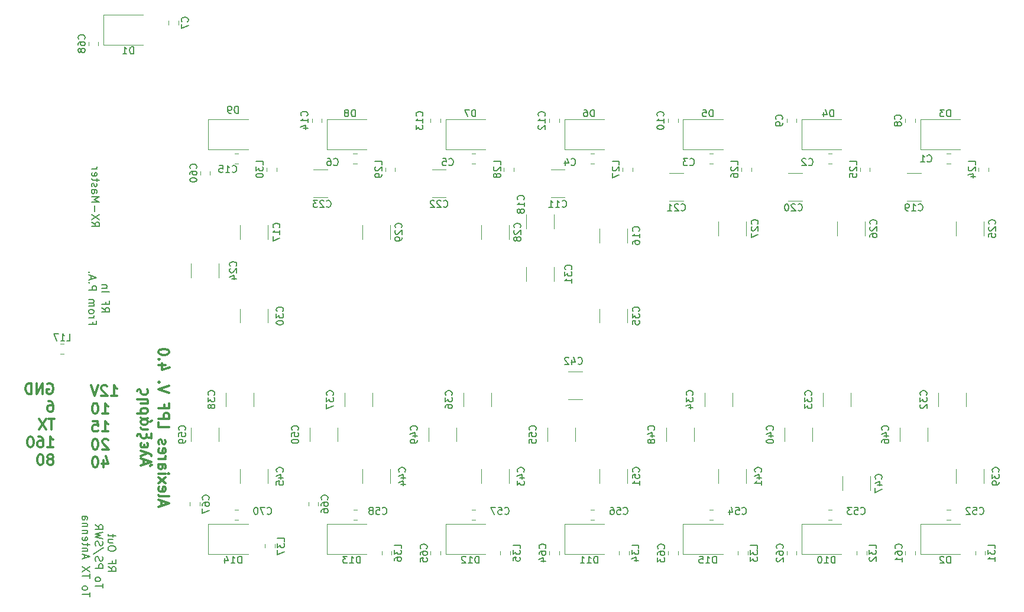
<source format=gbr>
%TF.GenerationSoftware,KiCad,Pcbnew,(5.1.5)-3*%
%TF.CreationDate,2020-07-21T14:48:16+02:00*%
%TF.ProjectId,LPF,4c50462e-6b69-4636-9164-5f7063625858,rev?*%
%TF.SameCoordinates,Original*%
%TF.FileFunction,Legend,Bot*%
%TF.FilePolarity,Positive*%
%FSLAX46Y46*%
G04 Gerber Fmt 4.6, Leading zero omitted, Abs format (unit mm)*
G04 Created by KiCad (PCBNEW (5.1.5)-3) date 2020-07-21 14:48:16*
%MOMM*%
%LPD*%
G04 APERTURE LIST*
%ADD10C,0.200000*%
%ADD11C,0.300000*%
%ADD12C,0.120000*%
%ADD13C,0.150000*%
G04 APERTURE END LIST*
D10*
X70002380Y-73061904D02*
X70526190Y-73428571D01*
X70002380Y-73690476D02*
X71102380Y-73690476D01*
X71102380Y-73271428D01*
X71050000Y-73166666D01*
X70997619Y-73114285D01*
X70892857Y-73061904D01*
X70735714Y-73061904D01*
X70630952Y-73114285D01*
X70578571Y-73166666D01*
X70526190Y-73271428D01*
X70526190Y-73690476D01*
X71102380Y-72695238D02*
X70002380Y-71961904D01*
X71102380Y-71961904D02*
X70002380Y-72695238D01*
X70421428Y-71542857D02*
X70421428Y-70704761D01*
X70002380Y-70180952D02*
X71102380Y-70180952D01*
X70316666Y-69814285D01*
X71102380Y-69447619D01*
X70002380Y-69447619D01*
X70002380Y-68452380D02*
X70578571Y-68452380D01*
X70683333Y-68504761D01*
X70735714Y-68609523D01*
X70735714Y-68819047D01*
X70683333Y-68923809D01*
X70054761Y-68452380D02*
X70002380Y-68557142D01*
X70002380Y-68819047D01*
X70054761Y-68923809D01*
X70159523Y-68976190D01*
X70264285Y-68976190D01*
X70369047Y-68923809D01*
X70421428Y-68819047D01*
X70421428Y-68557142D01*
X70473809Y-68452380D01*
X70054761Y-67980952D02*
X70002380Y-67876190D01*
X70002380Y-67666666D01*
X70054761Y-67561904D01*
X70159523Y-67509523D01*
X70211904Y-67509523D01*
X70316666Y-67561904D01*
X70369047Y-67666666D01*
X70369047Y-67823809D01*
X70421428Y-67928571D01*
X70526190Y-67980952D01*
X70578571Y-67980952D01*
X70683333Y-67928571D01*
X70735714Y-67823809D01*
X70735714Y-67666666D01*
X70683333Y-67561904D01*
X70735714Y-67195238D02*
X70735714Y-66776190D01*
X71102380Y-67038095D02*
X70159523Y-67038095D01*
X70054761Y-66985714D01*
X70002380Y-66880952D01*
X70002380Y-66776190D01*
X70054761Y-65990476D02*
X70002380Y-66095238D01*
X70002380Y-66304761D01*
X70054761Y-66409523D01*
X70159523Y-66461904D01*
X70578571Y-66461904D01*
X70683333Y-66409523D01*
X70735714Y-66304761D01*
X70735714Y-66095238D01*
X70683333Y-65990476D01*
X70578571Y-65938095D01*
X70473809Y-65938095D01*
X70369047Y-66461904D01*
X70002380Y-65466666D02*
X70735714Y-65466666D01*
X70526190Y-65466666D02*
X70630952Y-65414285D01*
X70683333Y-65361904D01*
X70735714Y-65257142D01*
X70735714Y-65152380D01*
X71427380Y-85309523D02*
X71951190Y-85676190D01*
X71427380Y-85938095D02*
X72527380Y-85938095D01*
X72527380Y-85519047D01*
X72475000Y-85414285D01*
X72422619Y-85361904D01*
X72317857Y-85309523D01*
X72160714Y-85309523D01*
X72055952Y-85361904D01*
X72003571Y-85414285D01*
X71951190Y-85519047D01*
X71951190Y-85938095D01*
X72003571Y-84471428D02*
X72003571Y-84838095D01*
X71427380Y-84838095D02*
X72527380Y-84838095D01*
X72527380Y-84314285D01*
X71427380Y-83057142D02*
X72527380Y-83057142D01*
X72160714Y-82533333D02*
X71427380Y-82533333D01*
X72055952Y-82533333D02*
X72108333Y-82480952D01*
X72160714Y-82376190D01*
X72160714Y-82219047D01*
X72108333Y-82114285D01*
X72003571Y-82061904D01*
X71427380Y-82061904D01*
X70153571Y-87378571D02*
X70153571Y-87745238D01*
X69577380Y-87745238D02*
X70677380Y-87745238D01*
X70677380Y-87221428D01*
X69577380Y-86802380D02*
X70310714Y-86802380D01*
X70101190Y-86802380D02*
X70205952Y-86750000D01*
X70258333Y-86697619D01*
X70310714Y-86592857D01*
X70310714Y-86488095D01*
X69577380Y-85964285D02*
X69629761Y-86069047D01*
X69682142Y-86121428D01*
X69786904Y-86173809D01*
X70101190Y-86173809D01*
X70205952Y-86121428D01*
X70258333Y-86069047D01*
X70310714Y-85964285D01*
X70310714Y-85807142D01*
X70258333Y-85702380D01*
X70205952Y-85650000D01*
X70101190Y-85597619D01*
X69786904Y-85597619D01*
X69682142Y-85650000D01*
X69629761Y-85702380D01*
X69577380Y-85807142D01*
X69577380Y-85964285D01*
X69577380Y-85126190D02*
X70310714Y-85126190D01*
X70205952Y-85126190D02*
X70258333Y-85073809D01*
X70310714Y-84969047D01*
X70310714Y-84811904D01*
X70258333Y-84707142D01*
X70153571Y-84654761D01*
X69577380Y-84654761D01*
X70153571Y-84654761D02*
X70258333Y-84602380D01*
X70310714Y-84497619D01*
X70310714Y-84340476D01*
X70258333Y-84235714D01*
X70153571Y-84183333D01*
X69577380Y-84183333D01*
X69577380Y-82821428D02*
X70677380Y-82821428D01*
X70677380Y-82402380D01*
X70625000Y-82297619D01*
X70572619Y-82245238D01*
X70467857Y-82192857D01*
X70310714Y-82192857D01*
X70205952Y-82245238D01*
X70153571Y-82297619D01*
X70101190Y-82402380D01*
X70101190Y-82821428D01*
X69682142Y-81721428D02*
X69629761Y-81669047D01*
X69577380Y-81721428D01*
X69629761Y-81773809D01*
X69682142Y-81721428D01*
X69577380Y-81721428D01*
X69891666Y-81250000D02*
X69891666Y-80726190D01*
X69577380Y-81354761D02*
X70677380Y-80988095D01*
X69577380Y-80621428D01*
X69682142Y-80254761D02*
X69629761Y-80202380D01*
X69577380Y-80254761D01*
X69629761Y-80307142D01*
X69682142Y-80254761D01*
X69577380Y-80254761D01*
X72352380Y-122438095D02*
X72876190Y-122804761D01*
X72352380Y-123066666D02*
X73452380Y-123066666D01*
X73452380Y-122647619D01*
X73400000Y-122542857D01*
X73347619Y-122490476D01*
X73242857Y-122438095D01*
X73085714Y-122438095D01*
X72980952Y-122490476D01*
X72928571Y-122542857D01*
X72876190Y-122647619D01*
X72876190Y-123066666D01*
X72928571Y-121600000D02*
X72928571Y-121966666D01*
X72352380Y-121966666D02*
X73452380Y-121966666D01*
X73452380Y-121442857D01*
X73452380Y-119976190D02*
X73452380Y-119766666D01*
X73400000Y-119661904D01*
X73295238Y-119557142D01*
X73085714Y-119504761D01*
X72719047Y-119504761D01*
X72509523Y-119557142D01*
X72404761Y-119661904D01*
X72352380Y-119766666D01*
X72352380Y-119976190D01*
X72404761Y-120080952D01*
X72509523Y-120185714D01*
X72719047Y-120238095D01*
X73085714Y-120238095D01*
X73295238Y-120185714D01*
X73400000Y-120080952D01*
X73452380Y-119976190D01*
X73085714Y-118561904D02*
X72352380Y-118561904D01*
X73085714Y-119033333D02*
X72509523Y-119033333D01*
X72404761Y-118980952D01*
X72352380Y-118876190D01*
X72352380Y-118719047D01*
X72404761Y-118614285D01*
X72457142Y-118561904D01*
X73085714Y-118195238D02*
X73085714Y-117776190D01*
X73452380Y-118038095D02*
X72509523Y-118038095D01*
X72404761Y-117985714D01*
X72352380Y-117880952D01*
X72352380Y-117776190D01*
X71602380Y-125502380D02*
X71602380Y-124873809D01*
X70502380Y-125188095D02*
X71602380Y-125188095D01*
X70502380Y-124350000D02*
X70554761Y-124454761D01*
X70607142Y-124507142D01*
X70711904Y-124559523D01*
X71026190Y-124559523D01*
X71130952Y-124507142D01*
X71183333Y-124454761D01*
X71235714Y-124350000D01*
X71235714Y-124192857D01*
X71183333Y-124088095D01*
X71130952Y-124035714D01*
X71026190Y-123983333D01*
X70711904Y-123983333D01*
X70607142Y-124035714D01*
X70554761Y-124088095D01*
X70502380Y-124192857D01*
X70502380Y-124350000D01*
X70502380Y-122673809D02*
X71602380Y-122673809D01*
X71602380Y-122254761D01*
X71550000Y-122150000D01*
X71497619Y-122097619D01*
X71392857Y-122045238D01*
X71235714Y-122045238D01*
X71130952Y-122097619D01*
X71078571Y-122150000D01*
X71026190Y-122254761D01*
X71026190Y-122673809D01*
X70554761Y-121626190D02*
X70502380Y-121469047D01*
X70502380Y-121207142D01*
X70554761Y-121102380D01*
X70607142Y-121050000D01*
X70711904Y-120997619D01*
X70816666Y-120997619D01*
X70921428Y-121050000D01*
X70973809Y-121102380D01*
X71026190Y-121207142D01*
X71078571Y-121416666D01*
X71130952Y-121521428D01*
X71183333Y-121573809D01*
X71288095Y-121626190D01*
X71392857Y-121626190D01*
X71497619Y-121573809D01*
X71550000Y-121521428D01*
X71602380Y-121416666D01*
X71602380Y-121154761D01*
X71550000Y-120997619D01*
X71654761Y-119740476D02*
X70240476Y-120683333D01*
X70554761Y-119426190D02*
X70502380Y-119269047D01*
X70502380Y-119007142D01*
X70554761Y-118902380D01*
X70607142Y-118850000D01*
X70711904Y-118797619D01*
X70816666Y-118797619D01*
X70921428Y-118850000D01*
X70973809Y-118902380D01*
X71026190Y-119007142D01*
X71078571Y-119216666D01*
X71130952Y-119321428D01*
X71183333Y-119373809D01*
X71288095Y-119426190D01*
X71392857Y-119426190D01*
X71497619Y-119373809D01*
X71550000Y-119321428D01*
X71602380Y-119216666D01*
X71602380Y-118954761D01*
X71550000Y-118797619D01*
X71602380Y-118430952D02*
X70502380Y-118169047D01*
X71288095Y-117959523D01*
X70502380Y-117750000D01*
X71602380Y-117488095D01*
X70502380Y-116440476D02*
X71026190Y-116807142D01*
X70502380Y-117069047D02*
X71602380Y-117069047D01*
X71602380Y-116650000D01*
X71550000Y-116545238D01*
X71497619Y-116492857D01*
X71392857Y-116440476D01*
X71235714Y-116440476D01*
X71130952Y-116492857D01*
X71078571Y-116545238D01*
X71026190Y-116650000D01*
X71026190Y-117069047D01*
X69752380Y-126759523D02*
X69752380Y-126130952D01*
X68652380Y-126445238D02*
X69752380Y-126445238D01*
X68652380Y-125607142D02*
X68704761Y-125711904D01*
X68757142Y-125764285D01*
X68861904Y-125816666D01*
X69176190Y-125816666D01*
X69280952Y-125764285D01*
X69333333Y-125711904D01*
X69385714Y-125607142D01*
X69385714Y-125450000D01*
X69333333Y-125345238D01*
X69280952Y-125292857D01*
X69176190Y-125240476D01*
X68861904Y-125240476D01*
X68757142Y-125292857D01*
X68704761Y-125345238D01*
X68652380Y-125450000D01*
X68652380Y-125607142D01*
X69752380Y-124088095D02*
X69752380Y-123459523D01*
X68652380Y-123773809D02*
X69752380Y-123773809D01*
X69752380Y-123197619D02*
X68652380Y-122464285D01*
X69752380Y-122464285D02*
X68652380Y-123197619D01*
X68966666Y-121259523D02*
X68966666Y-120735714D01*
X68652380Y-121364285D02*
X69752380Y-120997619D01*
X68652380Y-120630952D01*
X69385714Y-120264285D02*
X68652380Y-120264285D01*
X69280952Y-120264285D02*
X69333333Y-120211904D01*
X69385714Y-120107142D01*
X69385714Y-119950000D01*
X69333333Y-119845238D01*
X69228571Y-119792857D01*
X68652380Y-119792857D01*
X69385714Y-119426190D02*
X69385714Y-119007142D01*
X69752380Y-119269047D02*
X68809523Y-119269047D01*
X68704761Y-119216666D01*
X68652380Y-119111904D01*
X68652380Y-119007142D01*
X68704761Y-118221428D02*
X68652380Y-118326190D01*
X68652380Y-118535714D01*
X68704761Y-118640476D01*
X68809523Y-118692857D01*
X69228571Y-118692857D01*
X69333333Y-118640476D01*
X69385714Y-118535714D01*
X69385714Y-118326190D01*
X69333333Y-118221428D01*
X69228571Y-118169047D01*
X69123809Y-118169047D01*
X69019047Y-118692857D01*
X69385714Y-117697619D02*
X68652380Y-117697619D01*
X69280952Y-117697619D02*
X69333333Y-117645238D01*
X69385714Y-117540476D01*
X69385714Y-117383333D01*
X69333333Y-117278571D01*
X69228571Y-117226190D01*
X68652380Y-117226190D01*
X69385714Y-116702380D02*
X68652380Y-116702380D01*
X69280952Y-116702380D02*
X69333333Y-116650000D01*
X69385714Y-116545238D01*
X69385714Y-116388095D01*
X69333333Y-116283333D01*
X69228571Y-116230952D01*
X68652380Y-116230952D01*
X68652380Y-115235714D02*
X69228571Y-115235714D01*
X69333333Y-115288095D01*
X69385714Y-115392857D01*
X69385714Y-115602380D01*
X69333333Y-115707142D01*
X68704761Y-115235714D02*
X68652380Y-115340476D01*
X68652380Y-115602380D01*
X68704761Y-115707142D01*
X68809523Y-115759523D01*
X68914285Y-115759523D01*
X69019047Y-115707142D01*
X69071428Y-115602380D01*
X69071428Y-115340476D01*
X69123809Y-115235714D01*
D11*
X80025000Y-113750000D02*
X80025000Y-113035714D01*
X79596428Y-113892857D02*
X81096428Y-113392857D01*
X79596428Y-112892857D01*
X79596428Y-112178571D02*
X79667857Y-112321428D01*
X79810714Y-112392857D01*
X81096428Y-112392857D01*
X79667857Y-111035714D02*
X79596428Y-111178571D01*
X79596428Y-111464285D01*
X79667857Y-111607142D01*
X79810714Y-111678571D01*
X80382142Y-111678571D01*
X80525000Y-111607142D01*
X80596428Y-111464285D01*
X80596428Y-111178571D01*
X80525000Y-111035714D01*
X80382142Y-110964285D01*
X80239285Y-110964285D01*
X80096428Y-111678571D01*
X79596428Y-110464285D02*
X80596428Y-109678571D01*
X80596428Y-110464285D02*
X79596428Y-109678571D01*
X79596428Y-109107142D02*
X80596428Y-109107142D01*
X81096428Y-109107142D02*
X81025000Y-109178571D01*
X80953571Y-109107142D01*
X81025000Y-109035714D01*
X81096428Y-109107142D01*
X80953571Y-109107142D01*
X79596428Y-107750000D02*
X80382142Y-107750000D01*
X80525000Y-107821428D01*
X80596428Y-107964285D01*
X80596428Y-108250000D01*
X80525000Y-108392857D01*
X79667857Y-107750000D02*
X79596428Y-107892857D01*
X79596428Y-108250000D01*
X79667857Y-108392857D01*
X79810714Y-108464285D01*
X79953571Y-108464285D01*
X80096428Y-108392857D01*
X80167857Y-108250000D01*
X80167857Y-107892857D01*
X80239285Y-107750000D01*
X79596428Y-107035714D02*
X80596428Y-107035714D01*
X80310714Y-107035714D02*
X80453571Y-106964285D01*
X80525000Y-106892857D01*
X80596428Y-106750000D01*
X80596428Y-106607142D01*
X79667857Y-105535714D02*
X79596428Y-105678571D01*
X79596428Y-105964285D01*
X79667857Y-106107142D01*
X79810714Y-106178571D01*
X80382142Y-106178571D01*
X80525000Y-106107142D01*
X80596428Y-105964285D01*
X80596428Y-105678571D01*
X80525000Y-105535714D01*
X80382142Y-105464285D01*
X80239285Y-105464285D01*
X80096428Y-106178571D01*
X79667857Y-104892857D02*
X79596428Y-104750000D01*
X79596428Y-104464285D01*
X79667857Y-104321428D01*
X79810714Y-104250000D01*
X79882142Y-104250000D01*
X80025000Y-104321428D01*
X80096428Y-104464285D01*
X80096428Y-104678571D01*
X80167857Y-104821428D01*
X80310714Y-104892857D01*
X80382142Y-104892857D01*
X80525000Y-104821428D01*
X80596428Y-104678571D01*
X80596428Y-104464285D01*
X80525000Y-104321428D01*
X79596428Y-101750000D02*
X79596428Y-102464285D01*
X81096428Y-102464285D01*
X79596428Y-101250000D02*
X81096428Y-101250000D01*
X81096428Y-100678571D01*
X81025000Y-100535714D01*
X80953571Y-100464285D01*
X80810714Y-100392857D01*
X80596428Y-100392857D01*
X80453571Y-100464285D01*
X80382142Y-100535714D01*
X80310714Y-100678571D01*
X80310714Y-101250000D01*
X80382142Y-99250000D02*
X80382142Y-99750000D01*
X79596428Y-99750000D02*
X81096428Y-99750000D01*
X81096428Y-99035714D01*
X81096428Y-97535714D02*
X79596428Y-97035714D01*
X81096428Y-96535714D01*
X79739285Y-96035714D02*
X79667857Y-95964285D01*
X79596428Y-96035714D01*
X79667857Y-96107142D01*
X79739285Y-96035714D01*
X79596428Y-96035714D01*
X80596428Y-93535714D02*
X79596428Y-93535714D01*
X81167857Y-93892857D02*
X80096428Y-94250000D01*
X80096428Y-93321428D01*
X79739285Y-92750000D02*
X79667857Y-92678571D01*
X79596428Y-92750000D01*
X79667857Y-92821428D01*
X79739285Y-92750000D01*
X79596428Y-92750000D01*
X81096428Y-91750000D02*
X81096428Y-91607142D01*
X81025000Y-91464285D01*
X80953571Y-91392857D01*
X80810714Y-91321428D01*
X80525000Y-91250000D01*
X80167857Y-91250000D01*
X79882142Y-91321428D01*
X79739285Y-91392857D01*
X79667857Y-91464285D01*
X79596428Y-91607142D01*
X79596428Y-91750000D01*
X79667857Y-91892857D01*
X79739285Y-91964285D01*
X79882142Y-92035714D01*
X80167857Y-92107142D01*
X80525000Y-92107142D01*
X80810714Y-92035714D01*
X80953571Y-91964285D01*
X81025000Y-91892857D01*
X81096428Y-91750000D01*
X77475000Y-107785714D02*
X77475000Y-107071428D01*
X77046428Y-107928571D02*
X78546428Y-107428571D01*
X77046428Y-106928571D01*
X78403571Y-108000000D02*
X78403571Y-107928571D01*
X78475000Y-107857142D01*
X78617857Y-107857142D01*
X78046428Y-106214285D02*
X77046428Y-106571428D01*
X78546428Y-106571428D02*
X78546428Y-106428571D01*
X78475000Y-106357142D01*
X78046428Y-106214285D01*
X77046428Y-105857142D01*
X77546428Y-105142857D02*
X77475000Y-105285714D01*
X77332142Y-105357142D01*
X77260714Y-105357142D01*
X77117857Y-105285714D01*
X77046428Y-105142857D01*
X77046428Y-104857142D01*
X77117857Y-104714285D01*
X77546428Y-105000000D02*
X77546428Y-105142857D01*
X77617857Y-105285714D01*
X77760714Y-105357142D01*
X77832142Y-105357142D01*
X77975000Y-105285714D01*
X78046428Y-105142857D01*
X78046428Y-104857142D01*
X77975000Y-104714285D01*
X78546428Y-104071428D02*
X78546428Y-103357142D01*
X78546428Y-103785714D02*
X78475000Y-103928571D01*
X78332142Y-104000000D01*
X78117857Y-104000000D01*
X77975000Y-103928571D01*
X77903571Y-103785714D01*
X77903571Y-103500000D01*
X77903571Y-103785714D02*
X77832142Y-103928571D01*
X77760714Y-104000000D01*
X77617857Y-104071428D01*
X77332142Y-104071428D01*
X77189285Y-104000000D01*
X77117857Y-103928571D01*
X77046428Y-103785714D01*
X77046428Y-103642857D01*
X76975000Y-103500000D01*
X76832142Y-103428571D01*
X76760714Y-103428571D01*
X76617857Y-103500000D01*
X76546428Y-103642857D01*
X76546428Y-103714285D01*
X78046428Y-102785714D02*
X77260714Y-102785714D01*
X77117857Y-102714285D01*
X77046428Y-102571428D01*
X78046428Y-101142857D02*
X77332142Y-101357142D01*
X77189285Y-101428571D01*
X77117857Y-101500000D01*
X77046428Y-101642857D01*
X77046428Y-101785714D01*
X77117857Y-101928571D01*
X77189285Y-102000000D01*
X77403571Y-102071428D01*
X77689285Y-102071428D01*
X77903571Y-102000000D01*
X77975000Y-101928571D01*
X78046428Y-101785714D01*
X78046428Y-101642857D01*
X77975000Y-101500000D01*
X77903571Y-101428571D01*
X77760714Y-101357142D01*
X77260714Y-101285714D01*
X77117857Y-101214285D01*
X77046428Y-101071428D01*
X78617857Y-101500000D02*
X78403571Y-101714285D01*
X76546428Y-100500000D02*
X77760714Y-100500000D01*
X77903571Y-100428571D01*
X77975000Y-100357142D01*
X78046428Y-100214285D01*
X78046428Y-100000000D01*
X77975000Y-99857142D01*
X77903571Y-99785714D01*
X77760714Y-99714285D01*
X77332142Y-99714285D01*
X77189285Y-99785714D01*
X77117857Y-99857142D01*
X77046428Y-100000000D01*
X77046428Y-100214285D01*
X77117857Y-100357142D01*
X77260714Y-100500000D01*
X78046428Y-99071428D02*
X77046428Y-99071428D01*
X77903571Y-99071428D02*
X77975000Y-99000000D01*
X78046428Y-98857142D01*
X78046428Y-98642857D01*
X77975000Y-98500000D01*
X77832142Y-98428571D01*
X76546428Y-98428571D01*
X77975000Y-97071428D02*
X78046428Y-97214285D01*
X78046428Y-97500000D01*
X77975000Y-97642857D01*
X77903571Y-97714285D01*
X77760714Y-97785714D01*
X77332142Y-97785714D01*
X77189285Y-97714285D01*
X77117857Y-97642857D01*
X77046428Y-97500000D01*
X77046428Y-97285714D01*
X76975000Y-97142857D01*
X76832142Y-97071428D01*
X76760714Y-97071428D01*
X76617857Y-97142857D01*
X76546428Y-97285714D01*
X72795000Y-97978571D02*
X73652142Y-97978571D01*
X73223571Y-97978571D02*
X73223571Y-96478571D01*
X73366428Y-96692857D01*
X73509285Y-96835714D01*
X73652142Y-96907142D01*
X72223571Y-96621428D02*
X72152142Y-96550000D01*
X72009285Y-96478571D01*
X71652142Y-96478571D01*
X71509285Y-96550000D01*
X71437857Y-96621428D01*
X71366428Y-96764285D01*
X71366428Y-96907142D01*
X71437857Y-97121428D01*
X72295000Y-97978571D01*
X71366428Y-97978571D01*
X70937857Y-96478571D02*
X70437857Y-97978571D01*
X69937857Y-96478571D01*
X71509285Y-100528571D02*
X72366428Y-100528571D01*
X71937857Y-100528571D02*
X71937857Y-99028571D01*
X72080714Y-99242857D01*
X72223571Y-99385714D01*
X72366428Y-99457142D01*
X70580714Y-99028571D02*
X70437857Y-99028571D01*
X70295000Y-99100000D01*
X70223571Y-99171428D01*
X70152142Y-99314285D01*
X70080714Y-99600000D01*
X70080714Y-99957142D01*
X70152142Y-100242857D01*
X70223571Y-100385714D01*
X70295000Y-100457142D01*
X70437857Y-100528571D01*
X70580714Y-100528571D01*
X70723571Y-100457142D01*
X70795000Y-100385714D01*
X70866428Y-100242857D01*
X70937857Y-99957142D01*
X70937857Y-99600000D01*
X70866428Y-99314285D01*
X70795000Y-99171428D01*
X70723571Y-99100000D01*
X70580714Y-99028571D01*
X71509285Y-103078571D02*
X72366428Y-103078571D01*
X71937857Y-103078571D02*
X71937857Y-101578571D01*
X72080714Y-101792857D01*
X72223571Y-101935714D01*
X72366428Y-102007142D01*
X70152142Y-101578571D02*
X70866428Y-101578571D01*
X70937857Y-102292857D01*
X70866428Y-102221428D01*
X70723571Y-102150000D01*
X70366428Y-102150000D01*
X70223571Y-102221428D01*
X70152142Y-102292857D01*
X70080714Y-102435714D01*
X70080714Y-102792857D01*
X70152142Y-102935714D01*
X70223571Y-103007142D01*
X70366428Y-103078571D01*
X70723571Y-103078571D01*
X70866428Y-103007142D01*
X70937857Y-102935714D01*
X72366428Y-104271428D02*
X72295000Y-104200000D01*
X72152142Y-104128571D01*
X71795000Y-104128571D01*
X71652142Y-104200000D01*
X71580714Y-104271428D01*
X71509285Y-104414285D01*
X71509285Y-104557142D01*
X71580714Y-104771428D01*
X72437857Y-105628571D01*
X71509285Y-105628571D01*
X70580714Y-104128571D02*
X70437857Y-104128571D01*
X70295000Y-104200000D01*
X70223571Y-104271428D01*
X70152142Y-104414285D01*
X70080714Y-104700000D01*
X70080714Y-105057142D01*
X70152142Y-105342857D01*
X70223571Y-105485714D01*
X70295000Y-105557142D01*
X70437857Y-105628571D01*
X70580714Y-105628571D01*
X70723571Y-105557142D01*
X70795000Y-105485714D01*
X70866428Y-105342857D01*
X70937857Y-105057142D01*
X70937857Y-104700000D01*
X70866428Y-104414285D01*
X70795000Y-104271428D01*
X70723571Y-104200000D01*
X70580714Y-104128571D01*
X71652142Y-107178571D02*
X71652142Y-108178571D01*
X72009285Y-106607142D02*
X72366428Y-107678571D01*
X71437857Y-107678571D01*
X70580714Y-106678571D02*
X70437857Y-106678571D01*
X70295000Y-106750000D01*
X70223571Y-106821428D01*
X70152142Y-106964285D01*
X70080714Y-107250000D01*
X70080714Y-107607142D01*
X70152142Y-107892857D01*
X70223571Y-108035714D01*
X70295000Y-108107142D01*
X70437857Y-108178571D01*
X70580714Y-108178571D01*
X70723571Y-108107142D01*
X70795000Y-108035714D01*
X70866428Y-107892857D01*
X70937857Y-107607142D01*
X70937857Y-107250000D01*
X70866428Y-106964285D01*
X70795000Y-106821428D01*
X70723571Y-106750000D01*
X70580714Y-106678571D01*
X63662142Y-96250000D02*
X63805000Y-96178571D01*
X64019285Y-96178571D01*
X64233571Y-96250000D01*
X64376428Y-96392857D01*
X64447857Y-96535714D01*
X64519285Y-96821428D01*
X64519285Y-97035714D01*
X64447857Y-97321428D01*
X64376428Y-97464285D01*
X64233571Y-97607142D01*
X64019285Y-97678571D01*
X63876428Y-97678571D01*
X63662142Y-97607142D01*
X63590714Y-97535714D01*
X63590714Y-97035714D01*
X63876428Y-97035714D01*
X62947857Y-97678571D02*
X62947857Y-96178571D01*
X62090714Y-97678571D01*
X62090714Y-96178571D01*
X61376428Y-97678571D02*
X61376428Y-96178571D01*
X61019285Y-96178571D01*
X60805000Y-96250000D01*
X60662142Y-96392857D01*
X60590714Y-96535714D01*
X60519285Y-96821428D01*
X60519285Y-97035714D01*
X60590714Y-97321428D01*
X60662142Y-97464285D01*
X60805000Y-97607142D01*
X61019285Y-97678571D01*
X61376428Y-97678571D01*
X63805000Y-98728571D02*
X64090714Y-98728571D01*
X64233571Y-98800000D01*
X64305000Y-98871428D01*
X64447857Y-99085714D01*
X64519285Y-99371428D01*
X64519285Y-99942857D01*
X64447857Y-100085714D01*
X64376428Y-100157142D01*
X64233571Y-100228571D01*
X63947857Y-100228571D01*
X63805000Y-100157142D01*
X63733571Y-100085714D01*
X63662142Y-99942857D01*
X63662142Y-99585714D01*
X63733571Y-99442857D01*
X63805000Y-99371428D01*
X63947857Y-99300000D01*
X64233571Y-99300000D01*
X64376428Y-99371428D01*
X64447857Y-99442857D01*
X64519285Y-99585714D01*
X64662142Y-101278571D02*
X63805000Y-101278571D01*
X64233571Y-102778571D02*
X64233571Y-101278571D01*
X63447857Y-101278571D02*
X62447857Y-102778571D01*
X62447857Y-101278571D02*
X63447857Y-102778571D01*
X63662142Y-105328571D02*
X64519285Y-105328571D01*
X64090714Y-105328571D02*
X64090714Y-103828571D01*
X64233571Y-104042857D01*
X64376428Y-104185714D01*
X64519285Y-104257142D01*
X62376428Y-103828571D02*
X62662142Y-103828571D01*
X62805000Y-103900000D01*
X62876428Y-103971428D01*
X63019285Y-104185714D01*
X63090714Y-104471428D01*
X63090714Y-105042857D01*
X63019285Y-105185714D01*
X62947857Y-105257142D01*
X62805000Y-105328571D01*
X62519285Y-105328571D01*
X62376428Y-105257142D01*
X62305000Y-105185714D01*
X62233571Y-105042857D01*
X62233571Y-104685714D01*
X62305000Y-104542857D01*
X62376428Y-104471428D01*
X62519285Y-104400000D01*
X62805000Y-104400000D01*
X62947857Y-104471428D01*
X63019285Y-104542857D01*
X63090714Y-104685714D01*
X61305000Y-103828571D02*
X61162142Y-103828571D01*
X61019285Y-103900000D01*
X60947857Y-103971428D01*
X60876428Y-104114285D01*
X60805000Y-104400000D01*
X60805000Y-104757142D01*
X60876428Y-105042857D01*
X60947857Y-105185714D01*
X61019285Y-105257142D01*
X61162142Y-105328571D01*
X61305000Y-105328571D01*
X61447857Y-105257142D01*
X61519285Y-105185714D01*
X61590714Y-105042857D01*
X61662142Y-104757142D01*
X61662142Y-104400000D01*
X61590714Y-104114285D01*
X61519285Y-103971428D01*
X61447857Y-103900000D01*
X61305000Y-103828571D01*
X64233571Y-107021428D02*
X64376428Y-106950000D01*
X64447857Y-106878571D01*
X64519285Y-106735714D01*
X64519285Y-106664285D01*
X64447857Y-106521428D01*
X64376428Y-106450000D01*
X64233571Y-106378571D01*
X63947857Y-106378571D01*
X63805000Y-106450000D01*
X63733571Y-106521428D01*
X63662142Y-106664285D01*
X63662142Y-106735714D01*
X63733571Y-106878571D01*
X63805000Y-106950000D01*
X63947857Y-107021428D01*
X64233571Y-107021428D01*
X64376428Y-107092857D01*
X64447857Y-107164285D01*
X64519285Y-107307142D01*
X64519285Y-107592857D01*
X64447857Y-107735714D01*
X64376428Y-107807142D01*
X64233571Y-107878571D01*
X63947857Y-107878571D01*
X63805000Y-107807142D01*
X63733571Y-107735714D01*
X63662142Y-107592857D01*
X63662142Y-107307142D01*
X63733571Y-107164285D01*
X63805000Y-107092857D01*
X63947857Y-107021428D01*
X62733571Y-106378571D02*
X62590714Y-106378571D01*
X62447857Y-106450000D01*
X62376428Y-106521428D01*
X62305000Y-106664285D01*
X62233571Y-106950000D01*
X62233571Y-107307142D01*
X62305000Y-107592857D01*
X62376428Y-107735714D01*
X62447857Y-107807142D01*
X62590714Y-107878571D01*
X62733571Y-107878571D01*
X62876428Y-107807142D01*
X62947857Y-107735714D01*
X63019285Y-107592857D01*
X63090714Y-107307142D01*
X63090714Y-106950000D01*
X63019285Y-106664285D01*
X62947857Y-106521428D01*
X62876428Y-106450000D01*
X62733571Y-106378571D01*
D12*
X96460000Y-65238748D02*
X96460000Y-65761252D01*
X95040000Y-65238748D02*
X95040000Y-65761252D01*
X171700000Y-62650000D02*
X171700000Y-58350000D01*
X171700000Y-58350000D02*
X177400000Y-58350000D01*
X171700000Y-62650000D02*
X177400000Y-62650000D01*
X192986252Y-64710000D02*
X192463748Y-64710000D01*
X192986252Y-63290000D02*
X192463748Y-63290000D01*
X176011252Y-64710000D02*
X175488748Y-64710000D01*
X176011252Y-63290000D02*
X175488748Y-63290000D01*
X158986252Y-63290000D02*
X158463748Y-63290000D01*
X158986252Y-64710000D02*
X158463748Y-64710000D01*
X141986252Y-64710000D02*
X141463748Y-64710000D01*
X141986252Y-63290000D02*
X141463748Y-63290000D01*
X124986252Y-64710000D02*
X124463748Y-64710000D01*
X124986252Y-63290000D02*
X124463748Y-63290000D01*
X107986252Y-63290000D02*
X107463748Y-63290000D01*
X107986252Y-64710000D02*
X107463748Y-64710000D01*
X81040000Y-44761252D02*
X81040000Y-44238748D01*
X82460000Y-44761252D02*
X82460000Y-44238748D01*
X187960000Y-58761252D02*
X187960000Y-58238748D01*
X186540000Y-58761252D02*
X186540000Y-58238748D01*
X170960000Y-58761252D02*
X170960000Y-58238748D01*
X169540000Y-58761252D02*
X169540000Y-58238748D01*
X153960000Y-58761252D02*
X153960000Y-58238748D01*
X152540000Y-58761252D02*
X152540000Y-58238748D01*
X137750000Y-69488000D02*
X135750000Y-69488000D01*
X135750000Y-65512000D02*
X137750000Y-65512000D01*
X135540000Y-58786252D02*
X135540000Y-58263748D01*
X136960000Y-58786252D02*
X136960000Y-58263748D01*
X119960000Y-58786252D02*
X119960000Y-58263748D01*
X118540000Y-58786252D02*
X118540000Y-58263748D01*
X101540000Y-58736252D02*
X101540000Y-58213748D01*
X102960000Y-58736252D02*
X102960000Y-58213748D01*
X90986252Y-63290000D02*
X90463748Y-63290000D01*
X90986252Y-64710000D02*
X90463748Y-64710000D01*
X146738000Y-74000000D02*
X146738000Y-76000000D01*
X142762000Y-76000000D02*
X142762000Y-74000000D01*
X95238000Y-73500000D02*
X95238000Y-75500000D01*
X91262000Y-75500000D02*
X91262000Y-73500000D01*
X136238000Y-72000000D02*
X136238000Y-74000000D01*
X132262000Y-74000000D02*
X132262000Y-72000000D01*
X188750000Y-69988000D02*
X186750000Y-69988000D01*
X186750000Y-66012000D02*
X188750000Y-66012000D01*
X171750000Y-69988000D02*
X169750000Y-69988000D01*
X169750000Y-66012000D02*
X171750000Y-66012000D01*
X154750000Y-69988000D02*
X152750000Y-69988000D01*
X152750000Y-66012000D02*
X154750000Y-66012000D01*
X118750000Y-65512000D02*
X120750000Y-65512000D01*
X120750000Y-69488000D02*
X118750000Y-69488000D01*
X101750000Y-65512000D02*
X103750000Y-65512000D01*
X103750000Y-69488000D02*
X101750000Y-69488000D01*
X88238000Y-79000000D02*
X88238000Y-81000000D01*
X84262000Y-81000000D02*
X84262000Y-79000000D01*
X197738000Y-73000000D02*
X197738000Y-75000000D01*
X193762000Y-75000000D02*
X193762000Y-73000000D01*
X176762000Y-75000000D02*
X176762000Y-73000000D01*
X180738000Y-73000000D02*
X180738000Y-75000000D01*
X163738000Y-73000000D02*
X163738000Y-75000000D01*
X159762000Y-75000000D02*
X159762000Y-73000000D01*
X125762000Y-75500000D02*
X125762000Y-73500000D01*
X129738000Y-73500000D02*
X129738000Y-75500000D01*
X108762000Y-75500000D02*
X108762000Y-73500000D01*
X112738000Y-73500000D02*
X112738000Y-75500000D01*
X91262000Y-87500000D02*
X91262000Y-85500000D01*
X95238000Y-85500000D02*
X95238000Y-87500000D01*
X136238000Y-79500000D02*
X136238000Y-81500000D01*
X132262000Y-81500000D02*
X132262000Y-79500000D01*
X191262000Y-99500000D02*
X191262000Y-97500000D01*
X195238000Y-97500000D02*
X195238000Y-99500000D01*
X178738000Y-97500000D02*
X178738000Y-99500000D01*
X174762000Y-99500000D02*
X174762000Y-97500000D01*
X157762000Y-99500000D02*
X157762000Y-97500000D01*
X161738000Y-97500000D02*
X161738000Y-99500000D01*
X146738000Y-85500000D02*
X146738000Y-87500000D01*
X142762000Y-87500000D02*
X142762000Y-85500000D01*
X127238000Y-97500000D02*
X127238000Y-99500000D01*
X123262000Y-99500000D02*
X123262000Y-97500000D01*
X110238000Y-97500000D02*
X110238000Y-99500000D01*
X106262000Y-99500000D02*
X106262000Y-97500000D01*
X93238000Y-97500000D02*
X93238000Y-99500000D01*
X89262000Y-99500000D02*
X89262000Y-97500000D01*
X193762000Y-110500000D02*
X193762000Y-108500000D01*
X197738000Y-108500000D02*
X197738000Y-110500000D01*
X173238000Y-102500000D02*
X173238000Y-104500000D01*
X169262000Y-104500000D02*
X169262000Y-102500000D01*
X159762000Y-110500000D02*
X159762000Y-108500000D01*
X163738000Y-108500000D02*
X163738000Y-110500000D01*
X138250000Y-94512000D02*
X140250000Y-94512000D01*
X140250000Y-98488000D02*
X138250000Y-98488000D01*
X129738000Y-108500000D02*
X129738000Y-110500000D01*
X125762000Y-110500000D02*
X125762000Y-108500000D01*
X112738000Y-108500000D02*
X112738000Y-110500000D01*
X108762000Y-110500000D02*
X108762000Y-108500000D01*
X91262000Y-110500000D02*
X91262000Y-108500000D01*
X95238000Y-108500000D02*
X95238000Y-110500000D01*
X189738000Y-102500000D02*
X189738000Y-104500000D01*
X185762000Y-104500000D02*
X185762000Y-102500000D01*
X177512000Y-111500000D02*
X177512000Y-109500000D01*
X181488000Y-109500000D02*
X181488000Y-111500000D01*
X156238000Y-102500000D02*
X156238000Y-104500000D01*
X152262000Y-104500000D02*
X152262000Y-102500000D01*
X118262000Y-104500000D02*
X118262000Y-102500000D01*
X122238000Y-102500000D02*
X122238000Y-104500000D01*
X101262000Y-104500000D02*
X101262000Y-102500000D01*
X105238000Y-102500000D02*
X105238000Y-104500000D01*
X146738000Y-108500000D02*
X146738000Y-110500000D01*
X142762000Y-110500000D02*
X142762000Y-108500000D01*
X192463748Y-115710000D02*
X192986252Y-115710000D01*
X192463748Y-114290000D02*
X192986252Y-114290000D01*
X175463748Y-115710000D02*
X175986252Y-115710000D01*
X175463748Y-114290000D02*
X175986252Y-114290000D01*
X158463748Y-115710000D02*
X158986252Y-115710000D01*
X158463748Y-114290000D02*
X158986252Y-114290000D01*
X135262000Y-104500000D02*
X135262000Y-102500000D01*
X139238000Y-102500000D02*
X139238000Y-104500000D01*
X141463748Y-115710000D02*
X141986252Y-115710000D01*
X141463748Y-114290000D02*
X141986252Y-114290000D01*
X124463748Y-115710000D02*
X124986252Y-115710000D01*
X124463748Y-114290000D02*
X124986252Y-114290000D01*
X107513748Y-114290000D02*
X108036252Y-114290000D01*
X107513748Y-115710000D02*
X108036252Y-115710000D01*
X88238000Y-102500000D02*
X88238000Y-104500000D01*
X84262000Y-104500000D02*
X84262000Y-102500000D01*
X86960000Y-65763748D02*
X86960000Y-66286252D01*
X85540000Y-65763748D02*
X85540000Y-66286252D01*
X187960000Y-120213748D02*
X187960000Y-120736252D01*
X186540000Y-120213748D02*
X186540000Y-120736252D01*
X170960000Y-120213748D02*
X170960000Y-120736252D01*
X169540000Y-120213748D02*
X169540000Y-120736252D01*
X153960000Y-120238748D02*
X153960000Y-120761252D01*
X152540000Y-120238748D02*
X152540000Y-120761252D01*
X136960000Y-120213748D02*
X136960000Y-120736252D01*
X135540000Y-120213748D02*
X135540000Y-120736252D01*
X118540000Y-120238748D02*
X118540000Y-120761252D01*
X119960000Y-120238748D02*
X119960000Y-120761252D01*
X101040000Y-113736252D02*
X101040000Y-113213748D01*
X102460000Y-113736252D02*
X102460000Y-113213748D01*
X85460000Y-113736252D02*
X85460000Y-113213748D01*
X84040000Y-113736252D02*
X84040000Y-113213748D01*
X70960000Y-47213748D02*
X70960000Y-47736252D01*
X69540000Y-47213748D02*
X69540000Y-47736252D01*
X90513748Y-115710000D02*
X91036252Y-115710000D01*
X90513748Y-114290000D02*
X91036252Y-114290000D01*
X71700000Y-47650000D02*
X77400000Y-47650000D01*
X71700000Y-43350000D02*
X77400000Y-43350000D01*
X71700000Y-47650000D02*
X71700000Y-43350000D01*
X188700000Y-120650000D02*
X188700000Y-116350000D01*
X188700000Y-116350000D02*
X194400000Y-116350000D01*
X188700000Y-120650000D02*
X194400000Y-120650000D01*
X188700000Y-62650000D02*
X188700000Y-58350000D01*
X188700000Y-58350000D02*
X194400000Y-58350000D01*
X188700000Y-62650000D02*
X194400000Y-62650000D01*
X154700000Y-62650000D02*
X160400000Y-62650000D01*
X154700000Y-58350000D02*
X160400000Y-58350000D01*
X154700000Y-62650000D02*
X154700000Y-58350000D01*
X137700000Y-62650000D02*
X143400000Y-62650000D01*
X137700000Y-58350000D02*
X143400000Y-58350000D01*
X137700000Y-62650000D02*
X137700000Y-58350000D01*
X120700000Y-62650000D02*
X120700000Y-58350000D01*
X120700000Y-58350000D02*
X126400000Y-58350000D01*
X120700000Y-62650000D02*
X126400000Y-62650000D01*
X103700000Y-62650000D02*
X109400000Y-62650000D01*
X103700000Y-58350000D02*
X109400000Y-58350000D01*
X103700000Y-62650000D02*
X103700000Y-58350000D01*
X86700000Y-62650000D02*
X86700000Y-58350000D01*
X86700000Y-58350000D02*
X92400000Y-58350000D01*
X86700000Y-62650000D02*
X92400000Y-62650000D01*
X171700000Y-120650000D02*
X177400000Y-120650000D01*
X171700000Y-116350000D02*
X177400000Y-116350000D01*
X171700000Y-120650000D02*
X171700000Y-116350000D01*
X137700000Y-120650000D02*
X137700000Y-116350000D01*
X137700000Y-116350000D02*
X143400000Y-116350000D01*
X137700000Y-120650000D02*
X143400000Y-120650000D01*
X120700000Y-120650000D02*
X120700000Y-116350000D01*
X120700000Y-116350000D02*
X126400000Y-116350000D01*
X120700000Y-120650000D02*
X126400000Y-120650000D01*
X103700000Y-120650000D02*
X103700000Y-116350000D01*
X103700000Y-116350000D02*
X109400000Y-116350000D01*
X103700000Y-120650000D02*
X109400000Y-120650000D01*
X86700000Y-120650000D02*
X92400000Y-120650000D01*
X86700000Y-116350000D02*
X92400000Y-116350000D01*
X86700000Y-120650000D02*
X86700000Y-116350000D01*
X154700000Y-120650000D02*
X160400000Y-120650000D01*
X154700000Y-116350000D02*
X160400000Y-116350000D01*
X154700000Y-120650000D02*
X154700000Y-116350000D01*
X66036252Y-90540000D02*
X65513748Y-90540000D01*
X66036252Y-91960000D02*
X65513748Y-91960000D01*
X197040000Y-65238748D02*
X197040000Y-65761252D01*
X198460000Y-65238748D02*
X198460000Y-65761252D01*
X180040000Y-65238748D02*
X180040000Y-65761252D01*
X181460000Y-65238748D02*
X181460000Y-65761252D01*
X163040000Y-65238748D02*
X163040000Y-65761252D01*
X164460000Y-65238748D02*
X164460000Y-65761252D01*
X147460000Y-65238748D02*
X147460000Y-65761252D01*
X146040000Y-65238748D02*
X146040000Y-65761252D01*
X129040000Y-65238748D02*
X129040000Y-65761252D01*
X130460000Y-65238748D02*
X130460000Y-65761252D01*
X113460000Y-65238748D02*
X113460000Y-65761252D01*
X112040000Y-65238748D02*
X112040000Y-65761252D01*
X197960000Y-120736252D02*
X197960000Y-120213748D01*
X196540000Y-120736252D02*
X196540000Y-120213748D01*
X179540000Y-120736252D02*
X179540000Y-120213748D01*
X180960000Y-120736252D02*
X180960000Y-120213748D01*
X162540000Y-120761252D02*
X162540000Y-120238748D01*
X163960000Y-120761252D02*
X163960000Y-120238748D01*
X145540000Y-120736252D02*
X145540000Y-120213748D01*
X146960000Y-120736252D02*
X146960000Y-120213748D01*
X129960000Y-120736252D02*
X129960000Y-120213748D01*
X128540000Y-120736252D02*
X128540000Y-120213748D01*
X112960000Y-120736252D02*
X112960000Y-120213748D01*
X111540000Y-120736252D02*
X111540000Y-120213748D01*
X94790000Y-119761252D02*
X94790000Y-119238748D01*
X96210000Y-119761252D02*
X96210000Y-119238748D01*
D13*
X94552380Y-64857142D02*
X94552380Y-64380952D01*
X93552380Y-64380952D01*
X93552380Y-65095238D02*
X93552380Y-65714285D01*
X93933333Y-65380952D01*
X93933333Y-65523809D01*
X93980952Y-65619047D01*
X94028571Y-65666666D01*
X94123809Y-65714285D01*
X94361904Y-65714285D01*
X94457142Y-65666666D01*
X94504761Y-65619047D01*
X94552380Y-65523809D01*
X94552380Y-65238095D01*
X94504761Y-65142857D01*
X94457142Y-65095238D01*
X93552380Y-66333333D02*
X93552380Y-66428571D01*
X93600000Y-66523809D01*
X93647619Y-66571428D01*
X93742857Y-66619047D01*
X93933333Y-66666666D01*
X94171428Y-66666666D01*
X94361904Y-66619047D01*
X94457142Y-66571428D01*
X94504761Y-66523809D01*
X94552380Y-66428571D01*
X94552380Y-66333333D01*
X94504761Y-66238095D01*
X94457142Y-66190476D01*
X94361904Y-66142857D01*
X94171428Y-66095238D01*
X93933333Y-66095238D01*
X93742857Y-66142857D01*
X93647619Y-66190476D01*
X93600000Y-66238095D01*
X93552380Y-66333333D01*
X176238095Y-57952380D02*
X176238095Y-56952380D01*
X176000000Y-56952380D01*
X175857142Y-57000000D01*
X175761904Y-57095238D01*
X175714285Y-57190476D01*
X175666666Y-57380952D01*
X175666666Y-57523809D01*
X175714285Y-57714285D01*
X175761904Y-57809523D01*
X175857142Y-57904761D01*
X176000000Y-57952380D01*
X176238095Y-57952380D01*
X174809523Y-57285714D02*
X174809523Y-57952380D01*
X175047619Y-56904761D02*
X175285714Y-57619047D01*
X174666666Y-57619047D01*
X189666666Y-64357142D02*
X189714285Y-64404761D01*
X189857142Y-64452380D01*
X189952380Y-64452380D01*
X190095238Y-64404761D01*
X190190476Y-64309523D01*
X190238095Y-64214285D01*
X190285714Y-64023809D01*
X190285714Y-63880952D01*
X190238095Y-63690476D01*
X190190476Y-63595238D01*
X190095238Y-63500000D01*
X189952380Y-63452380D01*
X189857142Y-63452380D01*
X189714285Y-63500000D01*
X189666666Y-63547619D01*
X188714285Y-64452380D02*
X189285714Y-64452380D01*
X189000000Y-64452380D02*
X189000000Y-63452380D01*
X189095238Y-63595238D01*
X189190476Y-63690476D01*
X189285714Y-63738095D01*
X172666666Y-64857142D02*
X172714285Y-64904761D01*
X172857142Y-64952380D01*
X172952380Y-64952380D01*
X173095238Y-64904761D01*
X173190476Y-64809523D01*
X173238095Y-64714285D01*
X173285714Y-64523809D01*
X173285714Y-64380952D01*
X173238095Y-64190476D01*
X173190476Y-64095238D01*
X173095238Y-64000000D01*
X172952380Y-63952380D01*
X172857142Y-63952380D01*
X172714285Y-64000000D01*
X172666666Y-64047619D01*
X172285714Y-64047619D02*
X172238095Y-64000000D01*
X172142857Y-63952380D01*
X171904761Y-63952380D01*
X171809523Y-64000000D01*
X171761904Y-64047619D01*
X171714285Y-64142857D01*
X171714285Y-64238095D01*
X171761904Y-64380952D01*
X172333333Y-64952380D01*
X171714285Y-64952380D01*
X155666666Y-64857142D02*
X155714285Y-64904761D01*
X155857142Y-64952380D01*
X155952380Y-64952380D01*
X156095238Y-64904761D01*
X156190476Y-64809523D01*
X156238095Y-64714285D01*
X156285714Y-64523809D01*
X156285714Y-64380952D01*
X156238095Y-64190476D01*
X156190476Y-64095238D01*
X156095238Y-64000000D01*
X155952380Y-63952380D01*
X155857142Y-63952380D01*
X155714285Y-64000000D01*
X155666666Y-64047619D01*
X155333333Y-63952380D02*
X154714285Y-63952380D01*
X155047619Y-64333333D01*
X154904761Y-64333333D01*
X154809523Y-64380952D01*
X154761904Y-64428571D01*
X154714285Y-64523809D01*
X154714285Y-64761904D01*
X154761904Y-64857142D01*
X154809523Y-64904761D01*
X154904761Y-64952380D01*
X155190476Y-64952380D01*
X155285714Y-64904761D01*
X155333333Y-64857142D01*
X138666666Y-64857142D02*
X138714285Y-64904761D01*
X138857142Y-64952380D01*
X138952380Y-64952380D01*
X139095238Y-64904761D01*
X139190476Y-64809523D01*
X139238095Y-64714285D01*
X139285714Y-64523809D01*
X139285714Y-64380952D01*
X139238095Y-64190476D01*
X139190476Y-64095238D01*
X139095238Y-64000000D01*
X138952380Y-63952380D01*
X138857142Y-63952380D01*
X138714285Y-64000000D01*
X138666666Y-64047619D01*
X137809523Y-64285714D02*
X137809523Y-64952380D01*
X138047619Y-63904761D02*
X138285714Y-64619047D01*
X137666666Y-64619047D01*
X121166666Y-64857142D02*
X121214285Y-64904761D01*
X121357142Y-64952380D01*
X121452380Y-64952380D01*
X121595238Y-64904761D01*
X121690476Y-64809523D01*
X121738095Y-64714285D01*
X121785714Y-64523809D01*
X121785714Y-64380952D01*
X121738095Y-64190476D01*
X121690476Y-64095238D01*
X121595238Y-64000000D01*
X121452380Y-63952380D01*
X121357142Y-63952380D01*
X121214285Y-64000000D01*
X121166666Y-64047619D01*
X120261904Y-63952380D02*
X120738095Y-63952380D01*
X120785714Y-64428571D01*
X120738095Y-64380952D01*
X120642857Y-64333333D01*
X120404761Y-64333333D01*
X120309523Y-64380952D01*
X120261904Y-64428571D01*
X120214285Y-64523809D01*
X120214285Y-64761904D01*
X120261904Y-64857142D01*
X120309523Y-64904761D01*
X120404761Y-64952380D01*
X120642857Y-64952380D01*
X120738095Y-64904761D01*
X120785714Y-64857142D01*
X104666666Y-64857142D02*
X104714285Y-64904761D01*
X104857142Y-64952380D01*
X104952380Y-64952380D01*
X105095238Y-64904761D01*
X105190476Y-64809523D01*
X105238095Y-64714285D01*
X105285714Y-64523809D01*
X105285714Y-64380952D01*
X105238095Y-64190476D01*
X105190476Y-64095238D01*
X105095238Y-64000000D01*
X104952380Y-63952380D01*
X104857142Y-63952380D01*
X104714285Y-64000000D01*
X104666666Y-64047619D01*
X103809523Y-63952380D02*
X104000000Y-63952380D01*
X104095238Y-64000000D01*
X104142857Y-64047619D01*
X104238095Y-64190476D01*
X104285714Y-64380952D01*
X104285714Y-64761904D01*
X104238095Y-64857142D01*
X104190476Y-64904761D01*
X104095238Y-64952380D01*
X103904761Y-64952380D01*
X103809523Y-64904761D01*
X103761904Y-64857142D01*
X103714285Y-64761904D01*
X103714285Y-64523809D01*
X103761904Y-64428571D01*
X103809523Y-64380952D01*
X103904761Y-64333333D01*
X104095238Y-64333333D01*
X104190476Y-64380952D01*
X104238095Y-64428571D01*
X104285714Y-64523809D01*
X83757142Y-44333333D02*
X83804761Y-44285714D01*
X83852380Y-44142857D01*
X83852380Y-44047619D01*
X83804761Y-43904761D01*
X83709523Y-43809523D01*
X83614285Y-43761904D01*
X83423809Y-43714285D01*
X83280952Y-43714285D01*
X83090476Y-43761904D01*
X82995238Y-43809523D01*
X82900000Y-43904761D01*
X82852380Y-44047619D01*
X82852380Y-44142857D01*
X82900000Y-44285714D01*
X82947619Y-44333333D01*
X82852380Y-44666666D02*
X82852380Y-45333333D01*
X83852380Y-44904761D01*
X185857142Y-58333333D02*
X185904761Y-58285714D01*
X185952380Y-58142857D01*
X185952380Y-58047619D01*
X185904761Y-57904761D01*
X185809523Y-57809523D01*
X185714285Y-57761904D01*
X185523809Y-57714285D01*
X185380952Y-57714285D01*
X185190476Y-57761904D01*
X185095238Y-57809523D01*
X185000000Y-57904761D01*
X184952380Y-58047619D01*
X184952380Y-58142857D01*
X185000000Y-58285714D01*
X185047619Y-58333333D01*
X185380952Y-58904761D02*
X185333333Y-58809523D01*
X185285714Y-58761904D01*
X185190476Y-58714285D01*
X185142857Y-58714285D01*
X185047619Y-58761904D01*
X185000000Y-58809523D01*
X184952380Y-58904761D01*
X184952380Y-59095238D01*
X185000000Y-59190476D01*
X185047619Y-59238095D01*
X185142857Y-59285714D01*
X185190476Y-59285714D01*
X185285714Y-59238095D01*
X185333333Y-59190476D01*
X185380952Y-59095238D01*
X185380952Y-58904761D01*
X185428571Y-58809523D01*
X185476190Y-58761904D01*
X185571428Y-58714285D01*
X185761904Y-58714285D01*
X185857142Y-58761904D01*
X185904761Y-58809523D01*
X185952380Y-58904761D01*
X185952380Y-59095238D01*
X185904761Y-59190476D01*
X185857142Y-59238095D01*
X185761904Y-59285714D01*
X185571428Y-59285714D01*
X185476190Y-59238095D01*
X185428571Y-59190476D01*
X185380952Y-59095238D01*
X168857142Y-58333333D02*
X168904761Y-58285714D01*
X168952380Y-58142857D01*
X168952380Y-58047619D01*
X168904761Y-57904761D01*
X168809523Y-57809523D01*
X168714285Y-57761904D01*
X168523809Y-57714285D01*
X168380952Y-57714285D01*
X168190476Y-57761904D01*
X168095238Y-57809523D01*
X168000000Y-57904761D01*
X167952380Y-58047619D01*
X167952380Y-58142857D01*
X168000000Y-58285714D01*
X168047619Y-58333333D01*
X168952380Y-58809523D02*
X168952380Y-59000000D01*
X168904761Y-59095238D01*
X168857142Y-59142857D01*
X168714285Y-59238095D01*
X168523809Y-59285714D01*
X168142857Y-59285714D01*
X168047619Y-59238095D01*
X168000000Y-59190476D01*
X167952380Y-59095238D01*
X167952380Y-58904761D01*
X168000000Y-58809523D01*
X168047619Y-58761904D01*
X168142857Y-58714285D01*
X168380952Y-58714285D01*
X168476190Y-58761904D01*
X168523809Y-58809523D01*
X168571428Y-58904761D01*
X168571428Y-59095238D01*
X168523809Y-59190476D01*
X168476190Y-59238095D01*
X168380952Y-59285714D01*
X151857142Y-57857142D02*
X151904761Y-57809523D01*
X151952380Y-57666666D01*
X151952380Y-57571428D01*
X151904761Y-57428571D01*
X151809523Y-57333333D01*
X151714285Y-57285714D01*
X151523809Y-57238095D01*
X151380952Y-57238095D01*
X151190476Y-57285714D01*
X151095238Y-57333333D01*
X151000000Y-57428571D01*
X150952380Y-57571428D01*
X150952380Y-57666666D01*
X151000000Y-57809523D01*
X151047619Y-57857142D01*
X151952380Y-58809523D02*
X151952380Y-58238095D01*
X151952380Y-58523809D02*
X150952380Y-58523809D01*
X151095238Y-58428571D01*
X151190476Y-58333333D01*
X151238095Y-58238095D01*
X150952380Y-59428571D02*
X150952380Y-59523809D01*
X151000000Y-59619047D01*
X151047619Y-59666666D01*
X151142857Y-59714285D01*
X151333333Y-59761904D01*
X151571428Y-59761904D01*
X151761904Y-59714285D01*
X151857142Y-59666666D01*
X151904761Y-59619047D01*
X151952380Y-59523809D01*
X151952380Y-59428571D01*
X151904761Y-59333333D01*
X151857142Y-59285714D01*
X151761904Y-59238095D01*
X151571428Y-59190476D01*
X151333333Y-59190476D01*
X151142857Y-59238095D01*
X151047619Y-59285714D01*
X151000000Y-59333333D01*
X150952380Y-59428571D01*
X137392857Y-70857142D02*
X137440476Y-70904761D01*
X137583333Y-70952380D01*
X137678571Y-70952380D01*
X137821428Y-70904761D01*
X137916666Y-70809523D01*
X137964285Y-70714285D01*
X138011904Y-70523809D01*
X138011904Y-70380952D01*
X137964285Y-70190476D01*
X137916666Y-70095238D01*
X137821428Y-70000000D01*
X137678571Y-69952380D01*
X137583333Y-69952380D01*
X137440476Y-70000000D01*
X137392857Y-70047619D01*
X136440476Y-70952380D02*
X137011904Y-70952380D01*
X136726190Y-70952380D02*
X136726190Y-69952380D01*
X136821428Y-70095238D01*
X136916666Y-70190476D01*
X137011904Y-70238095D01*
X135488095Y-70952380D02*
X136059523Y-70952380D01*
X135773809Y-70952380D02*
X135773809Y-69952380D01*
X135869047Y-70095238D01*
X135964285Y-70190476D01*
X136059523Y-70238095D01*
X134857142Y-57857142D02*
X134904761Y-57809523D01*
X134952380Y-57666666D01*
X134952380Y-57571428D01*
X134904761Y-57428571D01*
X134809523Y-57333333D01*
X134714285Y-57285714D01*
X134523809Y-57238095D01*
X134380952Y-57238095D01*
X134190476Y-57285714D01*
X134095238Y-57333333D01*
X134000000Y-57428571D01*
X133952380Y-57571428D01*
X133952380Y-57666666D01*
X134000000Y-57809523D01*
X134047619Y-57857142D01*
X134952380Y-58809523D02*
X134952380Y-58238095D01*
X134952380Y-58523809D02*
X133952380Y-58523809D01*
X134095238Y-58428571D01*
X134190476Y-58333333D01*
X134238095Y-58238095D01*
X134047619Y-59190476D02*
X134000000Y-59238095D01*
X133952380Y-59333333D01*
X133952380Y-59571428D01*
X134000000Y-59666666D01*
X134047619Y-59714285D01*
X134142857Y-59761904D01*
X134238095Y-59761904D01*
X134380952Y-59714285D01*
X134952380Y-59142857D01*
X134952380Y-59761904D01*
X117357142Y-57857142D02*
X117404761Y-57809523D01*
X117452380Y-57666666D01*
X117452380Y-57571428D01*
X117404761Y-57428571D01*
X117309523Y-57333333D01*
X117214285Y-57285714D01*
X117023809Y-57238095D01*
X116880952Y-57238095D01*
X116690476Y-57285714D01*
X116595238Y-57333333D01*
X116500000Y-57428571D01*
X116452380Y-57571428D01*
X116452380Y-57666666D01*
X116500000Y-57809523D01*
X116547619Y-57857142D01*
X117452380Y-58809523D02*
X117452380Y-58238095D01*
X117452380Y-58523809D02*
X116452380Y-58523809D01*
X116595238Y-58428571D01*
X116690476Y-58333333D01*
X116738095Y-58238095D01*
X116452380Y-59142857D02*
X116452380Y-59761904D01*
X116833333Y-59428571D01*
X116833333Y-59571428D01*
X116880952Y-59666666D01*
X116928571Y-59714285D01*
X117023809Y-59761904D01*
X117261904Y-59761904D01*
X117357142Y-59714285D01*
X117404761Y-59666666D01*
X117452380Y-59571428D01*
X117452380Y-59285714D01*
X117404761Y-59190476D01*
X117357142Y-59142857D01*
X100857142Y-57832142D02*
X100904761Y-57784523D01*
X100952380Y-57641666D01*
X100952380Y-57546428D01*
X100904761Y-57403571D01*
X100809523Y-57308333D01*
X100714285Y-57260714D01*
X100523809Y-57213095D01*
X100380952Y-57213095D01*
X100190476Y-57260714D01*
X100095238Y-57308333D01*
X100000000Y-57403571D01*
X99952380Y-57546428D01*
X99952380Y-57641666D01*
X100000000Y-57784523D01*
X100047619Y-57832142D01*
X100952380Y-58784523D02*
X100952380Y-58213095D01*
X100952380Y-58498809D02*
X99952380Y-58498809D01*
X100095238Y-58403571D01*
X100190476Y-58308333D01*
X100238095Y-58213095D01*
X100285714Y-59641666D02*
X100952380Y-59641666D01*
X99904761Y-59403571D02*
X100619047Y-59165476D01*
X100619047Y-59784523D01*
X90142857Y-65857142D02*
X90190476Y-65904761D01*
X90333333Y-65952380D01*
X90428571Y-65952380D01*
X90571428Y-65904761D01*
X90666666Y-65809523D01*
X90714285Y-65714285D01*
X90761904Y-65523809D01*
X90761904Y-65380952D01*
X90714285Y-65190476D01*
X90666666Y-65095238D01*
X90571428Y-65000000D01*
X90428571Y-64952380D01*
X90333333Y-64952380D01*
X90190476Y-65000000D01*
X90142857Y-65047619D01*
X89190476Y-65952380D02*
X89761904Y-65952380D01*
X89476190Y-65952380D02*
X89476190Y-64952380D01*
X89571428Y-65095238D01*
X89666666Y-65190476D01*
X89761904Y-65238095D01*
X88285714Y-64952380D02*
X88761904Y-64952380D01*
X88809523Y-65428571D01*
X88761904Y-65380952D01*
X88666666Y-65333333D01*
X88428571Y-65333333D01*
X88333333Y-65380952D01*
X88285714Y-65428571D01*
X88238095Y-65523809D01*
X88238095Y-65761904D01*
X88285714Y-65857142D01*
X88333333Y-65904761D01*
X88428571Y-65952380D01*
X88666666Y-65952380D01*
X88761904Y-65904761D01*
X88809523Y-65857142D01*
X148357142Y-74357142D02*
X148404761Y-74309523D01*
X148452380Y-74166666D01*
X148452380Y-74071428D01*
X148404761Y-73928571D01*
X148309523Y-73833333D01*
X148214285Y-73785714D01*
X148023809Y-73738095D01*
X147880952Y-73738095D01*
X147690476Y-73785714D01*
X147595238Y-73833333D01*
X147500000Y-73928571D01*
X147452380Y-74071428D01*
X147452380Y-74166666D01*
X147500000Y-74309523D01*
X147547619Y-74357142D01*
X148452380Y-75309523D02*
X148452380Y-74738095D01*
X148452380Y-75023809D02*
X147452380Y-75023809D01*
X147595238Y-74928571D01*
X147690476Y-74833333D01*
X147738095Y-74738095D01*
X147452380Y-76166666D02*
X147452380Y-75976190D01*
X147500000Y-75880952D01*
X147547619Y-75833333D01*
X147690476Y-75738095D01*
X147880952Y-75690476D01*
X148261904Y-75690476D01*
X148357142Y-75738095D01*
X148404761Y-75785714D01*
X148452380Y-75880952D01*
X148452380Y-76071428D01*
X148404761Y-76166666D01*
X148357142Y-76214285D01*
X148261904Y-76261904D01*
X148023809Y-76261904D01*
X147928571Y-76214285D01*
X147880952Y-76166666D01*
X147833333Y-76071428D01*
X147833333Y-75880952D01*
X147880952Y-75785714D01*
X147928571Y-75738095D01*
X148023809Y-75690476D01*
X96857142Y-73857142D02*
X96904761Y-73809523D01*
X96952380Y-73666666D01*
X96952380Y-73571428D01*
X96904761Y-73428571D01*
X96809523Y-73333333D01*
X96714285Y-73285714D01*
X96523809Y-73238095D01*
X96380952Y-73238095D01*
X96190476Y-73285714D01*
X96095238Y-73333333D01*
X96000000Y-73428571D01*
X95952380Y-73571428D01*
X95952380Y-73666666D01*
X96000000Y-73809523D01*
X96047619Y-73857142D01*
X96952380Y-74809523D02*
X96952380Y-74238095D01*
X96952380Y-74523809D02*
X95952380Y-74523809D01*
X96095238Y-74428571D01*
X96190476Y-74333333D01*
X96238095Y-74238095D01*
X95952380Y-75142857D02*
X95952380Y-75809523D01*
X96952380Y-75380952D01*
X131857142Y-69857142D02*
X131904761Y-69809523D01*
X131952380Y-69666666D01*
X131952380Y-69571428D01*
X131904761Y-69428571D01*
X131809523Y-69333333D01*
X131714285Y-69285714D01*
X131523809Y-69238095D01*
X131380952Y-69238095D01*
X131190476Y-69285714D01*
X131095238Y-69333333D01*
X131000000Y-69428571D01*
X130952380Y-69571428D01*
X130952380Y-69666666D01*
X131000000Y-69809523D01*
X131047619Y-69857142D01*
X131952380Y-70809523D02*
X131952380Y-70238095D01*
X131952380Y-70523809D02*
X130952380Y-70523809D01*
X131095238Y-70428571D01*
X131190476Y-70333333D01*
X131238095Y-70238095D01*
X131380952Y-71380952D02*
X131333333Y-71285714D01*
X131285714Y-71238095D01*
X131190476Y-71190476D01*
X131142857Y-71190476D01*
X131047619Y-71238095D01*
X131000000Y-71285714D01*
X130952380Y-71380952D01*
X130952380Y-71571428D01*
X131000000Y-71666666D01*
X131047619Y-71714285D01*
X131142857Y-71761904D01*
X131190476Y-71761904D01*
X131285714Y-71714285D01*
X131333333Y-71666666D01*
X131380952Y-71571428D01*
X131380952Y-71380952D01*
X131428571Y-71285714D01*
X131476190Y-71238095D01*
X131571428Y-71190476D01*
X131761904Y-71190476D01*
X131857142Y-71238095D01*
X131904761Y-71285714D01*
X131952380Y-71380952D01*
X131952380Y-71571428D01*
X131904761Y-71666666D01*
X131857142Y-71714285D01*
X131761904Y-71761904D01*
X131571428Y-71761904D01*
X131476190Y-71714285D01*
X131428571Y-71666666D01*
X131380952Y-71571428D01*
X188392857Y-71357142D02*
X188440476Y-71404761D01*
X188583333Y-71452380D01*
X188678571Y-71452380D01*
X188821428Y-71404761D01*
X188916666Y-71309523D01*
X188964285Y-71214285D01*
X189011904Y-71023809D01*
X189011904Y-70880952D01*
X188964285Y-70690476D01*
X188916666Y-70595238D01*
X188821428Y-70500000D01*
X188678571Y-70452380D01*
X188583333Y-70452380D01*
X188440476Y-70500000D01*
X188392857Y-70547619D01*
X187440476Y-71452380D02*
X188011904Y-71452380D01*
X187726190Y-71452380D02*
X187726190Y-70452380D01*
X187821428Y-70595238D01*
X187916666Y-70690476D01*
X188011904Y-70738095D01*
X186964285Y-71452380D02*
X186773809Y-71452380D01*
X186678571Y-71404761D01*
X186630952Y-71357142D01*
X186535714Y-71214285D01*
X186488095Y-71023809D01*
X186488095Y-70642857D01*
X186535714Y-70547619D01*
X186583333Y-70500000D01*
X186678571Y-70452380D01*
X186869047Y-70452380D01*
X186964285Y-70500000D01*
X187011904Y-70547619D01*
X187059523Y-70642857D01*
X187059523Y-70880952D01*
X187011904Y-70976190D01*
X186964285Y-71023809D01*
X186869047Y-71071428D01*
X186678571Y-71071428D01*
X186583333Y-71023809D01*
X186535714Y-70976190D01*
X186488095Y-70880952D01*
X171142857Y-71357142D02*
X171190476Y-71404761D01*
X171333333Y-71452380D01*
X171428571Y-71452380D01*
X171571428Y-71404761D01*
X171666666Y-71309523D01*
X171714285Y-71214285D01*
X171761904Y-71023809D01*
X171761904Y-70880952D01*
X171714285Y-70690476D01*
X171666666Y-70595238D01*
X171571428Y-70500000D01*
X171428571Y-70452380D01*
X171333333Y-70452380D01*
X171190476Y-70500000D01*
X171142857Y-70547619D01*
X170761904Y-70547619D02*
X170714285Y-70500000D01*
X170619047Y-70452380D01*
X170380952Y-70452380D01*
X170285714Y-70500000D01*
X170238095Y-70547619D01*
X170190476Y-70642857D01*
X170190476Y-70738095D01*
X170238095Y-70880952D01*
X170809523Y-71452380D01*
X170190476Y-71452380D01*
X169571428Y-70452380D02*
X169476190Y-70452380D01*
X169380952Y-70500000D01*
X169333333Y-70547619D01*
X169285714Y-70642857D01*
X169238095Y-70833333D01*
X169238095Y-71071428D01*
X169285714Y-71261904D01*
X169333333Y-71357142D01*
X169380952Y-71404761D01*
X169476190Y-71452380D01*
X169571428Y-71452380D01*
X169666666Y-71404761D01*
X169714285Y-71357142D01*
X169761904Y-71261904D01*
X169809523Y-71071428D01*
X169809523Y-70833333D01*
X169761904Y-70642857D01*
X169714285Y-70547619D01*
X169666666Y-70500000D01*
X169571428Y-70452380D01*
X154392857Y-71357142D02*
X154440476Y-71404761D01*
X154583333Y-71452380D01*
X154678571Y-71452380D01*
X154821428Y-71404761D01*
X154916666Y-71309523D01*
X154964285Y-71214285D01*
X155011904Y-71023809D01*
X155011904Y-70880952D01*
X154964285Y-70690476D01*
X154916666Y-70595238D01*
X154821428Y-70500000D01*
X154678571Y-70452380D01*
X154583333Y-70452380D01*
X154440476Y-70500000D01*
X154392857Y-70547619D01*
X154011904Y-70547619D02*
X153964285Y-70500000D01*
X153869047Y-70452380D01*
X153630952Y-70452380D01*
X153535714Y-70500000D01*
X153488095Y-70547619D01*
X153440476Y-70642857D01*
X153440476Y-70738095D01*
X153488095Y-70880952D01*
X154059523Y-71452380D01*
X153440476Y-71452380D01*
X152488095Y-71452380D02*
X153059523Y-71452380D01*
X152773809Y-71452380D02*
X152773809Y-70452380D01*
X152869047Y-70595238D01*
X152964285Y-70690476D01*
X153059523Y-70738095D01*
X120392857Y-70857142D02*
X120440476Y-70904761D01*
X120583333Y-70952380D01*
X120678571Y-70952380D01*
X120821428Y-70904761D01*
X120916666Y-70809523D01*
X120964285Y-70714285D01*
X121011904Y-70523809D01*
X121011904Y-70380952D01*
X120964285Y-70190476D01*
X120916666Y-70095238D01*
X120821428Y-70000000D01*
X120678571Y-69952380D01*
X120583333Y-69952380D01*
X120440476Y-70000000D01*
X120392857Y-70047619D01*
X120011904Y-70047619D02*
X119964285Y-70000000D01*
X119869047Y-69952380D01*
X119630952Y-69952380D01*
X119535714Y-70000000D01*
X119488095Y-70047619D01*
X119440476Y-70142857D01*
X119440476Y-70238095D01*
X119488095Y-70380952D01*
X120059523Y-70952380D01*
X119440476Y-70952380D01*
X119059523Y-70047619D02*
X119011904Y-70000000D01*
X118916666Y-69952380D01*
X118678571Y-69952380D01*
X118583333Y-70000000D01*
X118535714Y-70047619D01*
X118488095Y-70142857D01*
X118488095Y-70238095D01*
X118535714Y-70380952D01*
X119107142Y-70952380D01*
X118488095Y-70952380D01*
X103642857Y-70857142D02*
X103690476Y-70904761D01*
X103833333Y-70952380D01*
X103928571Y-70952380D01*
X104071428Y-70904761D01*
X104166666Y-70809523D01*
X104214285Y-70714285D01*
X104261904Y-70523809D01*
X104261904Y-70380952D01*
X104214285Y-70190476D01*
X104166666Y-70095238D01*
X104071428Y-70000000D01*
X103928571Y-69952380D01*
X103833333Y-69952380D01*
X103690476Y-70000000D01*
X103642857Y-70047619D01*
X103261904Y-70047619D02*
X103214285Y-70000000D01*
X103119047Y-69952380D01*
X102880952Y-69952380D01*
X102785714Y-70000000D01*
X102738095Y-70047619D01*
X102690476Y-70142857D01*
X102690476Y-70238095D01*
X102738095Y-70380952D01*
X103309523Y-70952380D01*
X102690476Y-70952380D01*
X102357142Y-69952380D02*
X101738095Y-69952380D01*
X102071428Y-70333333D01*
X101928571Y-70333333D01*
X101833333Y-70380952D01*
X101785714Y-70428571D01*
X101738095Y-70523809D01*
X101738095Y-70761904D01*
X101785714Y-70857142D01*
X101833333Y-70904761D01*
X101928571Y-70952380D01*
X102214285Y-70952380D01*
X102309523Y-70904761D01*
X102357142Y-70857142D01*
X90671142Y-79357142D02*
X90718761Y-79309523D01*
X90766380Y-79166666D01*
X90766380Y-79071428D01*
X90718761Y-78928571D01*
X90623523Y-78833333D01*
X90528285Y-78785714D01*
X90337809Y-78738095D01*
X90194952Y-78738095D01*
X90004476Y-78785714D01*
X89909238Y-78833333D01*
X89814000Y-78928571D01*
X89766380Y-79071428D01*
X89766380Y-79166666D01*
X89814000Y-79309523D01*
X89861619Y-79357142D01*
X89861619Y-79738095D02*
X89814000Y-79785714D01*
X89766380Y-79880952D01*
X89766380Y-80119047D01*
X89814000Y-80214285D01*
X89861619Y-80261904D01*
X89956857Y-80309523D01*
X90052095Y-80309523D01*
X90194952Y-80261904D01*
X90766380Y-79690476D01*
X90766380Y-80309523D01*
X90099714Y-81166666D02*
X90766380Y-81166666D01*
X89718761Y-80928571D02*
X90433047Y-80690476D01*
X90433047Y-81309523D01*
X199357142Y-73357142D02*
X199404761Y-73309523D01*
X199452380Y-73166666D01*
X199452380Y-73071428D01*
X199404761Y-72928571D01*
X199309523Y-72833333D01*
X199214285Y-72785714D01*
X199023809Y-72738095D01*
X198880952Y-72738095D01*
X198690476Y-72785714D01*
X198595238Y-72833333D01*
X198500000Y-72928571D01*
X198452380Y-73071428D01*
X198452380Y-73166666D01*
X198500000Y-73309523D01*
X198547619Y-73357142D01*
X198547619Y-73738095D02*
X198500000Y-73785714D01*
X198452380Y-73880952D01*
X198452380Y-74119047D01*
X198500000Y-74214285D01*
X198547619Y-74261904D01*
X198642857Y-74309523D01*
X198738095Y-74309523D01*
X198880952Y-74261904D01*
X199452380Y-73690476D01*
X199452380Y-74309523D01*
X198452380Y-75214285D02*
X198452380Y-74738095D01*
X198928571Y-74690476D01*
X198880952Y-74738095D01*
X198833333Y-74833333D01*
X198833333Y-75071428D01*
X198880952Y-75166666D01*
X198928571Y-75214285D01*
X199023809Y-75261904D01*
X199261904Y-75261904D01*
X199357142Y-75214285D01*
X199404761Y-75166666D01*
X199452380Y-75071428D01*
X199452380Y-74833333D01*
X199404761Y-74738095D01*
X199357142Y-74690476D01*
X182357142Y-73357142D02*
X182404761Y-73309523D01*
X182452380Y-73166666D01*
X182452380Y-73071428D01*
X182404761Y-72928571D01*
X182309523Y-72833333D01*
X182214285Y-72785714D01*
X182023809Y-72738095D01*
X181880952Y-72738095D01*
X181690476Y-72785714D01*
X181595238Y-72833333D01*
X181500000Y-72928571D01*
X181452380Y-73071428D01*
X181452380Y-73166666D01*
X181500000Y-73309523D01*
X181547619Y-73357142D01*
X181547619Y-73738095D02*
X181500000Y-73785714D01*
X181452380Y-73880952D01*
X181452380Y-74119047D01*
X181500000Y-74214285D01*
X181547619Y-74261904D01*
X181642857Y-74309523D01*
X181738095Y-74309523D01*
X181880952Y-74261904D01*
X182452380Y-73690476D01*
X182452380Y-74309523D01*
X181452380Y-75166666D02*
X181452380Y-74976190D01*
X181500000Y-74880952D01*
X181547619Y-74833333D01*
X181690476Y-74738095D01*
X181880952Y-74690476D01*
X182261904Y-74690476D01*
X182357142Y-74738095D01*
X182404761Y-74785714D01*
X182452380Y-74880952D01*
X182452380Y-75071428D01*
X182404761Y-75166666D01*
X182357142Y-75214285D01*
X182261904Y-75261904D01*
X182023809Y-75261904D01*
X181928571Y-75214285D01*
X181880952Y-75166666D01*
X181833333Y-75071428D01*
X181833333Y-74880952D01*
X181880952Y-74785714D01*
X181928571Y-74738095D01*
X182023809Y-74690476D01*
X165357142Y-73357142D02*
X165404761Y-73309523D01*
X165452380Y-73166666D01*
X165452380Y-73071428D01*
X165404761Y-72928571D01*
X165309523Y-72833333D01*
X165214285Y-72785714D01*
X165023809Y-72738095D01*
X164880952Y-72738095D01*
X164690476Y-72785714D01*
X164595238Y-72833333D01*
X164500000Y-72928571D01*
X164452380Y-73071428D01*
X164452380Y-73166666D01*
X164500000Y-73309523D01*
X164547619Y-73357142D01*
X164547619Y-73738095D02*
X164500000Y-73785714D01*
X164452380Y-73880952D01*
X164452380Y-74119047D01*
X164500000Y-74214285D01*
X164547619Y-74261904D01*
X164642857Y-74309523D01*
X164738095Y-74309523D01*
X164880952Y-74261904D01*
X165452380Y-73690476D01*
X165452380Y-74309523D01*
X164452380Y-74642857D02*
X164452380Y-75309523D01*
X165452380Y-74880952D01*
X131357142Y-73857142D02*
X131404761Y-73809523D01*
X131452380Y-73666666D01*
X131452380Y-73571428D01*
X131404761Y-73428571D01*
X131309523Y-73333333D01*
X131214285Y-73285714D01*
X131023809Y-73238095D01*
X130880952Y-73238095D01*
X130690476Y-73285714D01*
X130595238Y-73333333D01*
X130500000Y-73428571D01*
X130452380Y-73571428D01*
X130452380Y-73666666D01*
X130500000Y-73809523D01*
X130547619Y-73857142D01*
X130547619Y-74238095D02*
X130500000Y-74285714D01*
X130452380Y-74380952D01*
X130452380Y-74619047D01*
X130500000Y-74714285D01*
X130547619Y-74761904D01*
X130642857Y-74809523D01*
X130738095Y-74809523D01*
X130880952Y-74761904D01*
X131452380Y-74190476D01*
X131452380Y-74809523D01*
X130880952Y-75380952D02*
X130833333Y-75285714D01*
X130785714Y-75238095D01*
X130690476Y-75190476D01*
X130642857Y-75190476D01*
X130547619Y-75238095D01*
X130500000Y-75285714D01*
X130452380Y-75380952D01*
X130452380Y-75571428D01*
X130500000Y-75666666D01*
X130547619Y-75714285D01*
X130642857Y-75761904D01*
X130690476Y-75761904D01*
X130785714Y-75714285D01*
X130833333Y-75666666D01*
X130880952Y-75571428D01*
X130880952Y-75380952D01*
X130928571Y-75285714D01*
X130976190Y-75238095D01*
X131071428Y-75190476D01*
X131261904Y-75190476D01*
X131357142Y-75238095D01*
X131404761Y-75285714D01*
X131452380Y-75380952D01*
X131452380Y-75571428D01*
X131404761Y-75666666D01*
X131357142Y-75714285D01*
X131261904Y-75761904D01*
X131071428Y-75761904D01*
X130976190Y-75714285D01*
X130928571Y-75666666D01*
X130880952Y-75571428D01*
X114357142Y-73857142D02*
X114404761Y-73809523D01*
X114452380Y-73666666D01*
X114452380Y-73571428D01*
X114404761Y-73428571D01*
X114309523Y-73333333D01*
X114214285Y-73285714D01*
X114023809Y-73238095D01*
X113880952Y-73238095D01*
X113690476Y-73285714D01*
X113595238Y-73333333D01*
X113500000Y-73428571D01*
X113452380Y-73571428D01*
X113452380Y-73666666D01*
X113500000Y-73809523D01*
X113547619Y-73857142D01*
X113547619Y-74238095D02*
X113500000Y-74285714D01*
X113452380Y-74380952D01*
X113452380Y-74619047D01*
X113500000Y-74714285D01*
X113547619Y-74761904D01*
X113642857Y-74809523D01*
X113738095Y-74809523D01*
X113880952Y-74761904D01*
X114452380Y-74190476D01*
X114452380Y-74809523D01*
X114452380Y-75285714D02*
X114452380Y-75476190D01*
X114404761Y-75571428D01*
X114357142Y-75619047D01*
X114214285Y-75714285D01*
X114023809Y-75761904D01*
X113642857Y-75761904D01*
X113547619Y-75714285D01*
X113500000Y-75666666D01*
X113452380Y-75571428D01*
X113452380Y-75380952D01*
X113500000Y-75285714D01*
X113547619Y-75238095D01*
X113642857Y-75190476D01*
X113880952Y-75190476D01*
X113976190Y-75238095D01*
X114023809Y-75285714D01*
X114071428Y-75380952D01*
X114071428Y-75571428D01*
X114023809Y-75666666D01*
X113976190Y-75714285D01*
X113880952Y-75761904D01*
X97357142Y-85857142D02*
X97404761Y-85809523D01*
X97452380Y-85666666D01*
X97452380Y-85571428D01*
X97404761Y-85428571D01*
X97309523Y-85333333D01*
X97214285Y-85285714D01*
X97023809Y-85238095D01*
X96880952Y-85238095D01*
X96690476Y-85285714D01*
X96595238Y-85333333D01*
X96500000Y-85428571D01*
X96452380Y-85571428D01*
X96452380Y-85666666D01*
X96500000Y-85809523D01*
X96547619Y-85857142D01*
X96452380Y-86190476D02*
X96452380Y-86809523D01*
X96833333Y-86476190D01*
X96833333Y-86619047D01*
X96880952Y-86714285D01*
X96928571Y-86761904D01*
X97023809Y-86809523D01*
X97261904Y-86809523D01*
X97357142Y-86761904D01*
X97404761Y-86714285D01*
X97452380Y-86619047D01*
X97452380Y-86333333D01*
X97404761Y-86238095D01*
X97357142Y-86190476D01*
X96452380Y-87428571D02*
X96452380Y-87523809D01*
X96500000Y-87619047D01*
X96547619Y-87666666D01*
X96642857Y-87714285D01*
X96833333Y-87761904D01*
X97071428Y-87761904D01*
X97261904Y-87714285D01*
X97357142Y-87666666D01*
X97404761Y-87619047D01*
X97452380Y-87523809D01*
X97452380Y-87428571D01*
X97404761Y-87333333D01*
X97357142Y-87285714D01*
X97261904Y-87238095D01*
X97071428Y-87190476D01*
X96833333Y-87190476D01*
X96642857Y-87238095D01*
X96547619Y-87285714D01*
X96500000Y-87333333D01*
X96452380Y-87428571D01*
X138671142Y-79857142D02*
X138718761Y-79809523D01*
X138766380Y-79666666D01*
X138766380Y-79571428D01*
X138718761Y-79428571D01*
X138623523Y-79333333D01*
X138528285Y-79285714D01*
X138337809Y-79238095D01*
X138194952Y-79238095D01*
X138004476Y-79285714D01*
X137909238Y-79333333D01*
X137814000Y-79428571D01*
X137766380Y-79571428D01*
X137766380Y-79666666D01*
X137814000Y-79809523D01*
X137861619Y-79857142D01*
X137766380Y-80190476D02*
X137766380Y-80809523D01*
X138147333Y-80476190D01*
X138147333Y-80619047D01*
X138194952Y-80714285D01*
X138242571Y-80761904D01*
X138337809Y-80809523D01*
X138575904Y-80809523D01*
X138671142Y-80761904D01*
X138718761Y-80714285D01*
X138766380Y-80619047D01*
X138766380Y-80333333D01*
X138718761Y-80238095D01*
X138671142Y-80190476D01*
X138766380Y-81761904D02*
X138766380Y-81190476D01*
X138766380Y-81476190D02*
X137766380Y-81476190D01*
X137909238Y-81380952D01*
X138004476Y-81285714D01*
X138052095Y-81190476D01*
X189543142Y-97857142D02*
X189590761Y-97809523D01*
X189638380Y-97666666D01*
X189638380Y-97571428D01*
X189590761Y-97428571D01*
X189495523Y-97333333D01*
X189400285Y-97285714D01*
X189209809Y-97238095D01*
X189066952Y-97238095D01*
X188876476Y-97285714D01*
X188781238Y-97333333D01*
X188686000Y-97428571D01*
X188638380Y-97571428D01*
X188638380Y-97666666D01*
X188686000Y-97809523D01*
X188733619Y-97857142D01*
X188638380Y-98190476D02*
X188638380Y-98809523D01*
X189019333Y-98476190D01*
X189019333Y-98619047D01*
X189066952Y-98714285D01*
X189114571Y-98761904D01*
X189209809Y-98809523D01*
X189447904Y-98809523D01*
X189543142Y-98761904D01*
X189590761Y-98714285D01*
X189638380Y-98619047D01*
X189638380Y-98333333D01*
X189590761Y-98238095D01*
X189543142Y-98190476D01*
X188733619Y-99190476D02*
X188686000Y-99238095D01*
X188638380Y-99333333D01*
X188638380Y-99571428D01*
X188686000Y-99666666D01*
X188733619Y-99714285D01*
X188828857Y-99761904D01*
X188924095Y-99761904D01*
X189066952Y-99714285D01*
X189638380Y-99142857D01*
X189638380Y-99761904D01*
X173043142Y-97857142D02*
X173090761Y-97809523D01*
X173138380Y-97666666D01*
X173138380Y-97571428D01*
X173090761Y-97428571D01*
X172995523Y-97333333D01*
X172900285Y-97285714D01*
X172709809Y-97238095D01*
X172566952Y-97238095D01*
X172376476Y-97285714D01*
X172281238Y-97333333D01*
X172186000Y-97428571D01*
X172138380Y-97571428D01*
X172138380Y-97666666D01*
X172186000Y-97809523D01*
X172233619Y-97857142D01*
X172138380Y-98190476D02*
X172138380Y-98809523D01*
X172519333Y-98476190D01*
X172519333Y-98619047D01*
X172566952Y-98714285D01*
X172614571Y-98761904D01*
X172709809Y-98809523D01*
X172947904Y-98809523D01*
X173043142Y-98761904D01*
X173090761Y-98714285D01*
X173138380Y-98619047D01*
X173138380Y-98333333D01*
X173090761Y-98238095D01*
X173043142Y-98190476D01*
X172138380Y-99142857D02*
X172138380Y-99761904D01*
X172519333Y-99428571D01*
X172519333Y-99571428D01*
X172566952Y-99666666D01*
X172614571Y-99714285D01*
X172709809Y-99761904D01*
X172947904Y-99761904D01*
X173043142Y-99714285D01*
X173090761Y-99666666D01*
X173138380Y-99571428D01*
X173138380Y-99285714D01*
X173090761Y-99190476D01*
X173043142Y-99142857D01*
X156043142Y-97857142D02*
X156090761Y-97809523D01*
X156138380Y-97666666D01*
X156138380Y-97571428D01*
X156090761Y-97428571D01*
X155995523Y-97333333D01*
X155900285Y-97285714D01*
X155709809Y-97238095D01*
X155566952Y-97238095D01*
X155376476Y-97285714D01*
X155281238Y-97333333D01*
X155186000Y-97428571D01*
X155138380Y-97571428D01*
X155138380Y-97666666D01*
X155186000Y-97809523D01*
X155233619Y-97857142D01*
X155138380Y-98190476D02*
X155138380Y-98809523D01*
X155519333Y-98476190D01*
X155519333Y-98619047D01*
X155566952Y-98714285D01*
X155614571Y-98761904D01*
X155709809Y-98809523D01*
X155947904Y-98809523D01*
X156043142Y-98761904D01*
X156090761Y-98714285D01*
X156138380Y-98619047D01*
X156138380Y-98333333D01*
X156090761Y-98238095D01*
X156043142Y-98190476D01*
X155471714Y-99666666D02*
X156138380Y-99666666D01*
X155090761Y-99428571D02*
X155805047Y-99190476D01*
X155805047Y-99809523D01*
X148357142Y-85857142D02*
X148404761Y-85809523D01*
X148452380Y-85666666D01*
X148452380Y-85571428D01*
X148404761Y-85428571D01*
X148309523Y-85333333D01*
X148214285Y-85285714D01*
X148023809Y-85238095D01*
X147880952Y-85238095D01*
X147690476Y-85285714D01*
X147595238Y-85333333D01*
X147500000Y-85428571D01*
X147452380Y-85571428D01*
X147452380Y-85666666D01*
X147500000Y-85809523D01*
X147547619Y-85857142D01*
X147452380Y-86190476D02*
X147452380Y-86809523D01*
X147833333Y-86476190D01*
X147833333Y-86619047D01*
X147880952Y-86714285D01*
X147928571Y-86761904D01*
X148023809Y-86809523D01*
X148261904Y-86809523D01*
X148357142Y-86761904D01*
X148404761Y-86714285D01*
X148452380Y-86619047D01*
X148452380Y-86333333D01*
X148404761Y-86238095D01*
X148357142Y-86190476D01*
X147452380Y-87714285D02*
X147452380Y-87238095D01*
X147928571Y-87190476D01*
X147880952Y-87238095D01*
X147833333Y-87333333D01*
X147833333Y-87571428D01*
X147880952Y-87666666D01*
X147928571Y-87714285D01*
X148023809Y-87761904D01*
X148261904Y-87761904D01*
X148357142Y-87714285D01*
X148404761Y-87666666D01*
X148452380Y-87571428D01*
X148452380Y-87333333D01*
X148404761Y-87238095D01*
X148357142Y-87190476D01*
X121543142Y-97857142D02*
X121590761Y-97809523D01*
X121638380Y-97666666D01*
X121638380Y-97571428D01*
X121590761Y-97428571D01*
X121495523Y-97333333D01*
X121400285Y-97285714D01*
X121209809Y-97238095D01*
X121066952Y-97238095D01*
X120876476Y-97285714D01*
X120781238Y-97333333D01*
X120686000Y-97428571D01*
X120638380Y-97571428D01*
X120638380Y-97666666D01*
X120686000Y-97809523D01*
X120733619Y-97857142D01*
X120638380Y-98190476D02*
X120638380Y-98809523D01*
X121019333Y-98476190D01*
X121019333Y-98619047D01*
X121066952Y-98714285D01*
X121114571Y-98761904D01*
X121209809Y-98809523D01*
X121447904Y-98809523D01*
X121543142Y-98761904D01*
X121590761Y-98714285D01*
X121638380Y-98619047D01*
X121638380Y-98333333D01*
X121590761Y-98238095D01*
X121543142Y-98190476D01*
X120638380Y-99666666D02*
X120638380Y-99476190D01*
X120686000Y-99380952D01*
X120733619Y-99333333D01*
X120876476Y-99238095D01*
X121066952Y-99190476D01*
X121447904Y-99190476D01*
X121543142Y-99238095D01*
X121590761Y-99285714D01*
X121638380Y-99380952D01*
X121638380Y-99571428D01*
X121590761Y-99666666D01*
X121543142Y-99714285D01*
X121447904Y-99761904D01*
X121209809Y-99761904D01*
X121114571Y-99714285D01*
X121066952Y-99666666D01*
X121019333Y-99571428D01*
X121019333Y-99380952D01*
X121066952Y-99285714D01*
X121114571Y-99238095D01*
X121209809Y-99190476D01*
X104543142Y-97857142D02*
X104590761Y-97809523D01*
X104638380Y-97666666D01*
X104638380Y-97571428D01*
X104590761Y-97428571D01*
X104495523Y-97333333D01*
X104400285Y-97285714D01*
X104209809Y-97238095D01*
X104066952Y-97238095D01*
X103876476Y-97285714D01*
X103781238Y-97333333D01*
X103686000Y-97428571D01*
X103638380Y-97571428D01*
X103638380Y-97666666D01*
X103686000Y-97809523D01*
X103733619Y-97857142D01*
X103638380Y-98190476D02*
X103638380Y-98809523D01*
X104019333Y-98476190D01*
X104019333Y-98619047D01*
X104066952Y-98714285D01*
X104114571Y-98761904D01*
X104209809Y-98809523D01*
X104447904Y-98809523D01*
X104543142Y-98761904D01*
X104590761Y-98714285D01*
X104638380Y-98619047D01*
X104638380Y-98333333D01*
X104590761Y-98238095D01*
X104543142Y-98190476D01*
X103638380Y-99142857D02*
X103638380Y-99809523D01*
X104638380Y-99380952D01*
X87543142Y-97857142D02*
X87590761Y-97809523D01*
X87638380Y-97666666D01*
X87638380Y-97571428D01*
X87590761Y-97428571D01*
X87495523Y-97333333D01*
X87400285Y-97285714D01*
X87209809Y-97238095D01*
X87066952Y-97238095D01*
X86876476Y-97285714D01*
X86781238Y-97333333D01*
X86686000Y-97428571D01*
X86638380Y-97571428D01*
X86638380Y-97666666D01*
X86686000Y-97809523D01*
X86733619Y-97857142D01*
X86638380Y-98190476D02*
X86638380Y-98809523D01*
X87019333Y-98476190D01*
X87019333Y-98619047D01*
X87066952Y-98714285D01*
X87114571Y-98761904D01*
X87209809Y-98809523D01*
X87447904Y-98809523D01*
X87543142Y-98761904D01*
X87590761Y-98714285D01*
X87638380Y-98619047D01*
X87638380Y-98333333D01*
X87590761Y-98238095D01*
X87543142Y-98190476D01*
X87066952Y-99380952D02*
X87019333Y-99285714D01*
X86971714Y-99238095D01*
X86876476Y-99190476D01*
X86828857Y-99190476D01*
X86733619Y-99238095D01*
X86686000Y-99285714D01*
X86638380Y-99380952D01*
X86638380Y-99571428D01*
X86686000Y-99666666D01*
X86733619Y-99714285D01*
X86828857Y-99761904D01*
X86876476Y-99761904D01*
X86971714Y-99714285D01*
X87019333Y-99666666D01*
X87066952Y-99571428D01*
X87066952Y-99380952D01*
X87114571Y-99285714D01*
X87162190Y-99238095D01*
X87257428Y-99190476D01*
X87447904Y-99190476D01*
X87543142Y-99238095D01*
X87590761Y-99285714D01*
X87638380Y-99380952D01*
X87638380Y-99571428D01*
X87590761Y-99666666D01*
X87543142Y-99714285D01*
X87447904Y-99761904D01*
X87257428Y-99761904D01*
X87162190Y-99714285D01*
X87114571Y-99666666D01*
X87066952Y-99571428D01*
X199857142Y-108857142D02*
X199904761Y-108809523D01*
X199952380Y-108666666D01*
X199952380Y-108571428D01*
X199904761Y-108428571D01*
X199809523Y-108333333D01*
X199714285Y-108285714D01*
X199523809Y-108238095D01*
X199380952Y-108238095D01*
X199190476Y-108285714D01*
X199095238Y-108333333D01*
X199000000Y-108428571D01*
X198952380Y-108571428D01*
X198952380Y-108666666D01*
X199000000Y-108809523D01*
X199047619Y-108857142D01*
X198952380Y-109190476D02*
X198952380Y-109809523D01*
X199333333Y-109476190D01*
X199333333Y-109619047D01*
X199380952Y-109714285D01*
X199428571Y-109761904D01*
X199523809Y-109809523D01*
X199761904Y-109809523D01*
X199857142Y-109761904D01*
X199904761Y-109714285D01*
X199952380Y-109619047D01*
X199952380Y-109333333D01*
X199904761Y-109238095D01*
X199857142Y-109190476D01*
X199952380Y-110285714D02*
X199952380Y-110476190D01*
X199904761Y-110571428D01*
X199857142Y-110619047D01*
X199714285Y-110714285D01*
X199523809Y-110761904D01*
X199142857Y-110761904D01*
X199047619Y-110714285D01*
X199000000Y-110666666D01*
X198952380Y-110571428D01*
X198952380Y-110380952D01*
X199000000Y-110285714D01*
X199047619Y-110238095D01*
X199142857Y-110190476D01*
X199380952Y-110190476D01*
X199476190Y-110238095D01*
X199523809Y-110285714D01*
X199571428Y-110380952D01*
X199571428Y-110571428D01*
X199523809Y-110666666D01*
X199476190Y-110714285D01*
X199380952Y-110761904D01*
X167543142Y-102857142D02*
X167590761Y-102809523D01*
X167638380Y-102666666D01*
X167638380Y-102571428D01*
X167590761Y-102428571D01*
X167495523Y-102333333D01*
X167400285Y-102285714D01*
X167209809Y-102238095D01*
X167066952Y-102238095D01*
X166876476Y-102285714D01*
X166781238Y-102333333D01*
X166686000Y-102428571D01*
X166638380Y-102571428D01*
X166638380Y-102666666D01*
X166686000Y-102809523D01*
X166733619Y-102857142D01*
X166971714Y-103714285D02*
X167638380Y-103714285D01*
X166590761Y-103476190D02*
X167305047Y-103238095D01*
X167305047Y-103857142D01*
X166638380Y-104428571D02*
X166638380Y-104523809D01*
X166686000Y-104619047D01*
X166733619Y-104666666D01*
X166828857Y-104714285D01*
X167019333Y-104761904D01*
X167257428Y-104761904D01*
X167447904Y-104714285D01*
X167543142Y-104666666D01*
X167590761Y-104619047D01*
X167638380Y-104523809D01*
X167638380Y-104428571D01*
X167590761Y-104333333D01*
X167543142Y-104285714D01*
X167447904Y-104238095D01*
X167257428Y-104190476D01*
X167019333Y-104190476D01*
X166828857Y-104238095D01*
X166733619Y-104285714D01*
X166686000Y-104333333D01*
X166638380Y-104428571D01*
X165857142Y-108857142D02*
X165904761Y-108809523D01*
X165952380Y-108666666D01*
X165952380Y-108571428D01*
X165904761Y-108428571D01*
X165809523Y-108333333D01*
X165714285Y-108285714D01*
X165523809Y-108238095D01*
X165380952Y-108238095D01*
X165190476Y-108285714D01*
X165095238Y-108333333D01*
X165000000Y-108428571D01*
X164952380Y-108571428D01*
X164952380Y-108666666D01*
X165000000Y-108809523D01*
X165047619Y-108857142D01*
X165285714Y-109714285D02*
X165952380Y-109714285D01*
X164904761Y-109476190D02*
X165619047Y-109238095D01*
X165619047Y-109857142D01*
X165952380Y-110761904D02*
X165952380Y-110190476D01*
X165952380Y-110476190D02*
X164952380Y-110476190D01*
X165095238Y-110380952D01*
X165190476Y-110285714D01*
X165238095Y-110190476D01*
X139642857Y-93357142D02*
X139690476Y-93404761D01*
X139833333Y-93452380D01*
X139928571Y-93452380D01*
X140071428Y-93404761D01*
X140166666Y-93309523D01*
X140214285Y-93214285D01*
X140261904Y-93023809D01*
X140261904Y-92880952D01*
X140214285Y-92690476D01*
X140166666Y-92595238D01*
X140071428Y-92500000D01*
X139928571Y-92452380D01*
X139833333Y-92452380D01*
X139690476Y-92500000D01*
X139642857Y-92547619D01*
X138785714Y-92785714D02*
X138785714Y-93452380D01*
X139023809Y-92404761D02*
X139261904Y-93119047D01*
X138642857Y-93119047D01*
X138309523Y-92547619D02*
X138261904Y-92500000D01*
X138166666Y-92452380D01*
X137928571Y-92452380D01*
X137833333Y-92500000D01*
X137785714Y-92547619D01*
X137738095Y-92642857D01*
X137738095Y-92738095D01*
X137785714Y-92880952D01*
X138357142Y-93452380D01*
X137738095Y-93452380D01*
X131857142Y-108857142D02*
X131904761Y-108809523D01*
X131952380Y-108666666D01*
X131952380Y-108571428D01*
X131904761Y-108428571D01*
X131809523Y-108333333D01*
X131714285Y-108285714D01*
X131523809Y-108238095D01*
X131380952Y-108238095D01*
X131190476Y-108285714D01*
X131095238Y-108333333D01*
X131000000Y-108428571D01*
X130952380Y-108571428D01*
X130952380Y-108666666D01*
X131000000Y-108809523D01*
X131047619Y-108857142D01*
X131285714Y-109714285D02*
X131952380Y-109714285D01*
X130904761Y-109476190D02*
X131619047Y-109238095D01*
X131619047Y-109857142D01*
X130952380Y-110142857D02*
X130952380Y-110761904D01*
X131333333Y-110428571D01*
X131333333Y-110571428D01*
X131380952Y-110666666D01*
X131428571Y-110714285D01*
X131523809Y-110761904D01*
X131761904Y-110761904D01*
X131857142Y-110714285D01*
X131904761Y-110666666D01*
X131952380Y-110571428D01*
X131952380Y-110285714D01*
X131904761Y-110190476D01*
X131857142Y-110142857D01*
X114857142Y-108857142D02*
X114904761Y-108809523D01*
X114952380Y-108666666D01*
X114952380Y-108571428D01*
X114904761Y-108428571D01*
X114809523Y-108333333D01*
X114714285Y-108285714D01*
X114523809Y-108238095D01*
X114380952Y-108238095D01*
X114190476Y-108285714D01*
X114095238Y-108333333D01*
X114000000Y-108428571D01*
X113952380Y-108571428D01*
X113952380Y-108666666D01*
X114000000Y-108809523D01*
X114047619Y-108857142D01*
X114285714Y-109714285D02*
X114952380Y-109714285D01*
X113904761Y-109476190D02*
X114619047Y-109238095D01*
X114619047Y-109857142D01*
X114285714Y-110666666D02*
X114952380Y-110666666D01*
X113904761Y-110428571D02*
X114619047Y-110190476D01*
X114619047Y-110809523D01*
X97357142Y-108857142D02*
X97404761Y-108809523D01*
X97452380Y-108666666D01*
X97452380Y-108571428D01*
X97404761Y-108428571D01*
X97309523Y-108333333D01*
X97214285Y-108285714D01*
X97023809Y-108238095D01*
X96880952Y-108238095D01*
X96690476Y-108285714D01*
X96595238Y-108333333D01*
X96500000Y-108428571D01*
X96452380Y-108571428D01*
X96452380Y-108666666D01*
X96500000Y-108809523D01*
X96547619Y-108857142D01*
X96785714Y-109714285D02*
X97452380Y-109714285D01*
X96404761Y-109476190D02*
X97119047Y-109238095D01*
X97119047Y-109857142D01*
X96452380Y-110714285D02*
X96452380Y-110238095D01*
X96928571Y-110190476D01*
X96880952Y-110238095D01*
X96833333Y-110333333D01*
X96833333Y-110571428D01*
X96880952Y-110666666D01*
X96928571Y-110714285D01*
X97023809Y-110761904D01*
X97261904Y-110761904D01*
X97357142Y-110714285D01*
X97404761Y-110666666D01*
X97452380Y-110571428D01*
X97452380Y-110333333D01*
X97404761Y-110238095D01*
X97357142Y-110190476D01*
X184043142Y-102857142D02*
X184090761Y-102809523D01*
X184138380Y-102666666D01*
X184138380Y-102571428D01*
X184090761Y-102428571D01*
X183995523Y-102333333D01*
X183900285Y-102285714D01*
X183709809Y-102238095D01*
X183566952Y-102238095D01*
X183376476Y-102285714D01*
X183281238Y-102333333D01*
X183186000Y-102428571D01*
X183138380Y-102571428D01*
X183138380Y-102666666D01*
X183186000Y-102809523D01*
X183233619Y-102857142D01*
X183471714Y-103714285D02*
X184138380Y-103714285D01*
X183090761Y-103476190D02*
X183805047Y-103238095D01*
X183805047Y-103857142D01*
X183138380Y-104666666D02*
X183138380Y-104476190D01*
X183186000Y-104380952D01*
X183233619Y-104333333D01*
X183376476Y-104238095D01*
X183566952Y-104190476D01*
X183947904Y-104190476D01*
X184043142Y-104238095D01*
X184090761Y-104285714D01*
X184138380Y-104380952D01*
X184138380Y-104571428D01*
X184090761Y-104666666D01*
X184043142Y-104714285D01*
X183947904Y-104761904D01*
X183709809Y-104761904D01*
X183614571Y-104714285D01*
X183566952Y-104666666D01*
X183519333Y-104571428D01*
X183519333Y-104380952D01*
X183566952Y-104285714D01*
X183614571Y-104238095D01*
X183709809Y-104190476D01*
X183107142Y-109857142D02*
X183154761Y-109809523D01*
X183202380Y-109666666D01*
X183202380Y-109571428D01*
X183154761Y-109428571D01*
X183059523Y-109333333D01*
X182964285Y-109285714D01*
X182773809Y-109238095D01*
X182630952Y-109238095D01*
X182440476Y-109285714D01*
X182345238Y-109333333D01*
X182250000Y-109428571D01*
X182202380Y-109571428D01*
X182202380Y-109666666D01*
X182250000Y-109809523D01*
X182297619Y-109857142D01*
X182535714Y-110714285D02*
X183202380Y-110714285D01*
X182154761Y-110476190D02*
X182869047Y-110238095D01*
X182869047Y-110857142D01*
X182202380Y-111142857D02*
X182202380Y-111809523D01*
X183202380Y-111380952D01*
X150543142Y-102857142D02*
X150590761Y-102809523D01*
X150638380Y-102666666D01*
X150638380Y-102571428D01*
X150590761Y-102428571D01*
X150495523Y-102333333D01*
X150400285Y-102285714D01*
X150209809Y-102238095D01*
X150066952Y-102238095D01*
X149876476Y-102285714D01*
X149781238Y-102333333D01*
X149686000Y-102428571D01*
X149638380Y-102571428D01*
X149638380Y-102666666D01*
X149686000Y-102809523D01*
X149733619Y-102857142D01*
X149971714Y-103714285D02*
X150638380Y-103714285D01*
X149590761Y-103476190D02*
X150305047Y-103238095D01*
X150305047Y-103857142D01*
X150066952Y-104380952D02*
X150019333Y-104285714D01*
X149971714Y-104238095D01*
X149876476Y-104190476D01*
X149828857Y-104190476D01*
X149733619Y-104238095D01*
X149686000Y-104285714D01*
X149638380Y-104380952D01*
X149638380Y-104571428D01*
X149686000Y-104666666D01*
X149733619Y-104714285D01*
X149828857Y-104761904D01*
X149876476Y-104761904D01*
X149971714Y-104714285D01*
X150019333Y-104666666D01*
X150066952Y-104571428D01*
X150066952Y-104380952D01*
X150114571Y-104285714D01*
X150162190Y-104238095D01*
X150257428Y-104190476D01*
X150447904Y-104190476D01*
X150543142Y-104238095D01*
X150590761Y-104285714D01*
X150638380Y-104380952D01*
X150638380Y-104571428D01*
X150590761Y-104666666D01*
X150543142Y-104714285D01*
X150447904Y-104761904D01*
X150257428Y-104761904D01*
X150162190Y-104714285D01*
X150114571Y-104666666D01*
X150066952Y-104571428D01*
X116543142Y-102857142D02*
X116590761Y-102809523D01*
X116638380Y-102666666D01*
X116638380Y-102571428D01*
X116590761Y-102428571D01*
X116495523Y-102333333D01*
X116400285Y-102285714D01*
X116209809Y-102238095D01*
X116066952Y-102238095D01*
X115876476Y-102285714D01*
X115781238Y-102333333D01*
X115686000Y-102428571D01*
X115638380Y-102571428D01*
X115638380Y-102666666D01*
X115686000Y-102809523D01*
X115733619Y-102857142D01*
X115971714Y-103714285D02*
X116638380Y-103714285D01*
X115590761Y-103476190D02*
X116305047Y-103238095D01*
X116305047Y-103857142D01*
X116638380Y-104285714D02*
X116638380Y-104476190D01*
X116590761Y-104571428D01*
X116543142Y-104619047D01*
X116400285Y-104714285D01*
X116209809Y-104761904D01*
X115828857Y-104761904D01*
X115733619Y-104714285D01*
X115686000Y-104666666D01*
X115638380Y-104571428D01*
X115638380Y-104380952D01*
X115686000Y-104285714D01*
X115733619Y-104238095D01*
X115828857Y-104190476D01*
X116066952Y-104190476D01*
X116162190Y-104238095D01*
X116209809Y-104285714D01*
X116257428Y-104380952D01*
X116257428Y-104571428D01*
X116209809Y-104666666D01*
X116162190Y-104714285D01*
X116066952Y-104761904D01*
X99543142Y-102857142D02*
X99590761Y-102809523D01*
X99638380Y-102666666D01*
X99638380Y-102571428D01*
X99590761Y-102428571D01*
X99495523Y-102333333D01*
X99400285Y-102285714D01*
X99209809Y-102238095D01*
X99066952Y-102238095D01*
X98876476Y-102285714D01*
X98781238Y-102333333D01*
X98686000Y-102428571D01*
X98638380Y-102571428D01*
X98638380Y-102666666D01*
X98686000Y-102809523D01*
X98733619Y-102857142D01*
X98638380Y-103761904D02*
X98638380Y-103285714D01*
X99114571Y-103238095D01*
X99066952Y-103285714D01*
X99019333Y-103380952D01*
X99019333Y-103619047D01*
X99066952Y-103714285D01*
X99114571Y-103761904D01*
X99209809Y-103809523D01*
X99447904Y-103809523D01*
X99543142Y-103761904D01*
X99590761Y-103714285D01*
X99638380Y-103619047D01*
X99638380Y-103380952D01*
X99590761Y-103285714D01*
X99543142Y-103238095D01*
X98638380Y-104428571D02*
X98638380Y-104523809D01*
X98686000Y-104619047D01*
X98733619Y-104666666D01*
X98828857Y-104714285D01*
X99019333Y-104761904D01*
X99257428Y-104761904D01*
X99447904Y-104714285D01*
X99543142Y-104666666D01*
X99590761Y-104619047D01*
X99638380Y-104523809D01*
X99638380Y-104428571D01*
X99590761Y-104333333D01*
X99543142Y-104285714D01*
X99447904Y-104238095D01*
X99257428Y-104190476D01*
X99019333Y-104190476D01*
X98828857Y-104238095D01*
X98733619Y-104285714D01*
X98686000Y-104333333D01*
X98638380Y-104428571D01*
X148357142Y-108857142D02*
X148404761Y-108809523D01*
X148452380Y-108666666D01*
X148452380Y-108571428D01*
X148404761Y-108428571D01*
X148309523Y-108333333D01*
X148214285Y-108285714D01*
X148023809Y-108238095D01*
X147880952Y-108238095D01*
X147690476Y-108285714D01*
X147595238Y-108333333D01*
X147500000Y-108428571D01*
X147452380Y-108571428D01*
X147452380Y-108666666D01*
X147500000Y-108809523D01*
X147547619Y-108857142D01*
X147452380Y-109761904D02*
X147452380Y-109285714D01*
X147928571Y-109238095D01*
X147880952Y-109285714D01*
X147833333Y-109380952D01*
X147833333Y-109619047D01*
X147880952Y-109714285D01*
X147928571Y-109761904D01*
X148023809Y-109809523D01*
X148261904Y-109809523D01*
X148357142Y-109761904D01*
X148404761Y-109714285D01*
X148452380Y-109619047D01*
X148452380Y-109380952D01*
X148404761Y-109285714D01*
X148357142Y-109238095D01*
X148452380Y-110761904D02*
X148452380Y-110190476D01*
X148452380Y-110476190D02*
X147452380Y-110476190D01*
X147595238Y-110380952D01*
X147690476Y-110285714D01*
X147738095Y-110190476D01*
X197142857Y-114857142D02*
X197190476Y-114904761D01*
X197333333Y-114952380D01*
X197428571Y-114952380D01*
X197571428Y-114904761D01*
X197666666Y-114809523D01*
X197714285Y-114714285D01*
X197761904Y-114523809D01*
X197761904Y-114380952D01*
X197714285Y-114190476D01*
X197666666Y-114095238D01*
X197571428Y-114000000D01*
X197428571Y-113952380D01*
X197333333Y-113952380D01*
X197190476Y-114000000D01*
X197142857Y-114047619D01*
X196238095Y-113952380D02*
X196714285Y-113952380D01*
X196761904Y-114428571D01*
X196714285Y-114380952D01*
X196619047Y-114333333D01*
X196380952Y-114333333D01*
X196285714Y-114380952D01*
X196238095Y-114428571D01*
X196190476Y-114523809D01*
X196190476Y-114761904D01*
X196238095Y-114857142D01*
X196285714Y-114904761D01*
X196380952Y-114952380D01*
X196619047Y-114952380D01*
X196714285Y-114904761D01*
X196761904Y-114857142D01*
X195809523Y-114047619D02*
X195761904Y-114000000D01*
X195666666Y-113952380D01*
X195428571Y-113952380D01*
X195333333Y-114000000D01*
X195285714Y-114047619D01*
X195238095Y-114142857D01*
X195238095Y-114238095D01*
X195285714Y-114380952D01*
X195857142Y-114952380D01*
X195238095Y-114952380D01*
X180142857Y-114857142D02*
X180190476Y-114904761D01*
X180333333Y-114952380D01*
X180428571Y-114952380D01*
X180571428Y-114904761D01*
X180666666Y-114809523D01*
X180714285Y-114714285D01*
X180761904Y-114523809D01*
X180761904Y-114380952D01*
X180714285Y-114190476D01*
X180666666Y-114095238D01*
X180571428Y-114000000D01*
X180428571Y-113952380D01*
X180333333Y-113952380D01*
X180190476Y-114000000D01*
X180142857Y-114047619D01*
X179238095Y-113952380D02*
X179714285Y-113952380D01*
X179761904Y-114428571D01*
X179714285Y-114380952D01*
X179619047Y-114333333D01*
X179380952Y-114333333D01*
X179285714Y-114380952D01*
X179238095Y-114428571D01*
X179190476Y-114523809D01*
X179190476Y-114761904D01*
X179238095Y-114857142D01*
X179285714Y-114904761D01*
X179380952Y-114952380D01*
X179619047Y-114952380D01*
X179714285Y-114904761D01*
X179761904Y-114857142D01*
X178857142Y-113952380D02*
X178238095Y-113952380D01*
X178571428Y-114333333D01*
X178428571Y-114333333D01*
X178333333Y-114380952D01*
X178285714Y-114428571D01*
X178238095Y-114523809D01*
X178238095Y-114761904D01*
X178285714Y-114857142D01*
X178333333Y-114904761D01*
X178428571Y-114952380D01*
X178714285Y-114952380D01*
X178809523Y-114904761D01*
X178857142Y-114857142D01*
X163142857Y-114857142D02*
X163190476Y-114904761D01*
X163333333Y-114952380D01*
X163428571Y-114952380D01*
X163571428Y-114904761D01*
X163666666Y-114809523D01*
X163714285Y-114714285D01*
X163761904Y-114523809D01*
X163761904Y-114380952D01*
X163714285Y-114190476D01*
X163666666Y-114095238D01*
X163571428Y-114000000D01*
X163428571Y-113952380D01*
X163333333Y-113952380D01*
X163190476Y-114000000D01*
X163142857Y-114047619D01*
X162238095Y-113952380D02*
X162714285Y-113952380D01*
X162761904Y-114428571D01*
X162714285Y-114380952D01*
X162619047Y-114333333D01*
X162380952Y-114333333D01*
X162285714Y-114380952D01*
X162238095Y-114428571D01*
X162190476Y-114523809D01*
X162190476Y-114761904D01*
X162238095Y-114857142D01*
X162285714Y-114904761D01*
X162380952Y-114952380D01*
X162619047Y-114952380D01*
X162714285Y-114904761D01*
X162761904Y-114857142D01*
X161333333Y-114285714D02*
X161333333Y-114952380D01*
X161571428Y-113904761D02*
X161809523Y-114619047D01*
X161190476Y-114619047D01*
X133543142Y-102857142D02*
X133590761Y-102809523D01*
X133638380Y-102666666D01*
X133638380Y-102571428D01*
X133590761Y-102428571D01*
X133495523Y-102333333D01*
X133400285Y-102285714D01*
X133209809Y-102238095D01*
X133066952Y-102238095D01*
X132876476Y-102285714D01*
X132781238Y-102333333D01*
X132686000Y-102428571D01*
X132638380Y-102571428D01*
X132638380Y-102666666D01*
X132686000Y-102809523D01*
X132733619Y-102857142D01*
X132638380Y-103761904D02*
X132638380Y-103285714D01*
X133114571Y-103238095D01*
X133066952Y-103285714D01*
X133019333Y-103380952D01*
X133019333Y-103619047D01*
X133066952Y-103714285D01*
X133114571Y-103761904D01*
X133209809Y-103809523D01*
X133447904Y-103809523D01*
X133543142Y-103761904D01*
X133590761Y-103714285D01*
X133638380Y-103619047D01*
X133638380Y-103380952D01*
X133590761Y-103285714D01*
X133543142Y-103238095D01*
X132638380Y-104714285D02*
X132638380Y-104238095D01*
X133114571Y-104190476D01*
X133066952Y-104238095D01*
X133019333Y-104333333D01*
X133019333Y-104571428D01*
X133066952Y-104666666D01*
X133114571Y-104714285D01*
X133209809Y-104761904D01*
X133447904Y-104761904D01*
X133543142Y-104714285D01*
X133590761Y-104666666D01*
X133638380Y-104571428D01*
X133638380Y-104333333D01*
X133590761Y-104238095D01*
X133543142Y-104190476D01*
X146142857Y-114857142D02*
X146190476Y-114904761D01*
X146333333Y-114952380D01*
X146428571Y-114952380D01*
X146571428Y-114904761D01*
X146666666Y-114809523D01*
X146714285Y-114714285D01*
X146761904Y-114523809D01*
X146761904Y-114380952D01*
X146714285Y-114190476D01*
X146666666Y-114095238D01*
X146571428Y-114000000D01*
X146428571Y-113952380D01*
X146333333Y-113952380D01*
X146190476Y-114000000D01*
X146142857Y-114047619D01*
X145238095Y-113952380D02*
X145714285Y-113952380D01*
X145761904Y-114428571D01*
X145714285Y-114380952D01*
X145619047Y-114333333D01*
X145380952Y-114333333D01*
X145285714Y-114380952D01*
X145238095Y-114428571D01*
X145190476Y-114523809D01*
X145190476Y-114761904D01*
X145238095Y-114857142D01*
X145285714Y-114904761D01*
X145380952Y-114952380D01*
X145619047Y-114952380D01*
X145714285Y-114904761D01*
X145761904Y-114857142D01*
X144333333Y-113952380D02*
X144523809Y-113952380D01*
X144619047Y-114000000D01*
X144666666Y-114047619D01*
X144761904Y-114190476D01*
X144809523Y-114380952D01*
X144809523Y-114761904D01*
X144761904Y-114857142D01*
X144714285Y-114904761D01*
X144619047Y-114952380D01*
X144428571Y-114952380D01*
X144333333Y-114904761D01*
X144285714Y-114857142D01*
X144238095Y-114761904D01*
X144238095Y-114523809D01*
X144285714Y-114428571D01*
X144333333Y-114380952D01*
X144428571Y-114333333D01*
X144619047Y-114333333D01*
X144714285Y-114380952D01*
X144761904Y-114428571D01*
X144809523Y-114523809D01*
X129142857Y-114857142D02*
X129190476Y-114904761D01*
X129333333Y-114952380D01*
X129428571Y-114952380D01*
X129571428Y-114904761D01*
X129666666Y-114809523D01*
X129714285Y-114714285D01*
X129761904Y-114523809D01*
X129761904Y-114380952D01*
X129714285Y-114190476D01*
X129666666Y-114095238D01*
X129571428Y-114000000D01*
X129428571Y-113952380D01*
X129333333Y-113952380D01*
X129190476Y-114000000D01*
X129142857Y-114047619D01*
X128238095Y-113952380D02*
X128714285Y-113952380D01*
X128761904Y-114428571D01*
X128714285Y-114380952D01*
X128619047Y-114333333D01*
X128380952Y-114333333D01*
X128285714Y-114380952D01*
X128238095Y-114428571D01*
X128190476Y-114523809D01*
X128190476Y-114761904D01*
X128238095Y-114857142D01*
X128285714Y-114904761D01*
X128380952Y-114952380D01*
X128619047Y-114952380D01*
X128714285Y-114904761D01*
X128761904Y-114857142D01*
X127857142Y-113952380D02*
X127190476Y-113952380D01*
X127619047Y-114952380D01*
X111642857Y-114857142D02*
X111690476Y-114904761D01*
X111833333Y-114952380D01*
X111928571Y-114952380D01*
X112071428Y-114904761D01*
X112166666Y-114809523D01*
X112214285Y-114714285D01*
X112261904Y-114523809D01*
X112261904Y-114380952D01*
X112214285Y-114190476D01*
X112166666Y-114095238D01*
X112071428Y-114000000D01*
X111928571Y-113952380D01*
X111833333Y-113952380D01*
X111690476Y-114000000D01*
X111642857Y-114047619D01*
X110738095Y-113952380D02*
X111214285Y-113952380D01*
X111261904Y-114428571D01*
X111214285Y-114380952D01*
X111119047Y-114333333D01*
X110880952Y-114333333D01*
X110785714Y-114380952D01*
X110738095Y-114428571D01*
X110690476Y-114523809D01*
X110690476Y-114761904D01*
X110738095Y-114857142D01*
X110785714Y-114904761D01*
X110880952Y-114952380D01*
X111119047Y-114952380D01*
X111214285Y-114904761D01*
X111261904Y-114857142D01*
X110119047Y-114380952D02*
X110214285Y-114333333D01*
X110261904Y-114285714D01*
X110309523Y-114190476D01*
X110309523Y-114142857D01*
X110261904Y-114047619D01*
X110214285Y-114000000D01*
X110119047Y-113952380D01*
X109928571Y-113952380D01*
X109833333Y-114000000D01*
X109785714Y-114047619D01*
X109738095Y-114142857D01*
X109738095Y-114190476D01*
X109785714Y-114285714D01*
X109833333Y-114333333D01*
X109928571Y-114380952D01*
X110119047Y-114380952D01*
X110214285Y-114428571D01*
X110261904Y-114476190D01*
X110309523Y-114571428D01*
X110309523Y-114761904D01*
X110261904Y-114857142D01*
X110214285Y-114904761D01*
X110119047Y-114952380D01*
X109928571Y-114952380D01*
X109833333Y-114904761D01*
X109785714Y-114857142D01*
X109738095Y-114761904D01*
X109738095Y-114571428D01*
X109785714Y-114476190D01*
X109833333Y-114428571D01*
X109928571Y-114380952D01*
X83357142Y-102857142D02*
X83404761Y-102809523D01*
X83452380Y-102666666D01*
X83452380Y-102571428D01*
X83404761Y-102428571D01*
X83309523Y-102333333D01*
X83214285Y-102285714D01*
X83023809Y-102238095D01*
X82880952Y-102238095D01*
X82690476Y-102285714D01*
X82595238Y-102333333D01*
X82500000Y-102428571D01*
X82452380Y-102571428D01*
X82452380Y-102666666D01*
X82500000Y-102809523D01*
X82547619Y-102857142D01*
X82452380Y-103761904D02*
X82452380Y-103285714D01*
X82928571Y-103238095D01*
X82880952Y-103285714D01*
X82833333Y-103380952D01*
X82833333Y-103619047D01*
X82880952Y-103714285D01*
X82928571Y-103761904D01*
X83023809Y-103809523D01*
X83261904Y-103809523D01*
X83357142Y-103761904D01*
X83404761Y-103714285D01*
X83452380Y-103619047D01*
X83452380Y-103380952D01*
X83404761Y-103285714D01*
X83357142Y-103238095D01*
X83452380Y-104285714D02*
X83452380Y-104476190D01*
X83404761Y-104571428D01*
X83357142Y-104619047D01*
X83214285Y-104714285D01*
X83023809Y-104761904D01*
X82642857Y-104761904D01*
X82547619Y-104714285D01*
X82500000Y-104666666D01*
X82452380Y-104571428D01*
X82452380Y-104380952D01*
X82500000Y-104285714D01*
X82547619Y-104238095D01*
X82642857Y-104190476D01*
X82880952Y-104190476D01*
X82976190Y-104238095D01*
X83023809Y-104285714D01*
X83071428Y-104380952D01*
X83071428Y-104571428D01*
X83023809Y-104666666D01*
X82976190Y-104714285D01*
X82880952Y-104761904D01*
X84957142Y-65382142D02*
X85004761Y-65334523D01*
X85052380Y-65191666D01*
X85052380Y-65096428D01*
X85004761Y-64953571D01*
X84909523Y-64858333D01*
X84814285Y-64810714D01*
X84623809Y-64763095D01*
X84480952Y-64763095D01*
X84290476Y-64810714D01*
X84195238Y-64858333D01*
X84100000Y-64953571D01*
X84052380Y-65096428D01*
X84052380Y-65191666D01*
X84100000Y-65334523D01*
X84147619Y-65382142D01*
X84052380Y-66239285D02*
X84052380Y-66048809D01*
X84100000Y-65953571D01*
X84147619Y-65905952D01*
X84290476Y-65810714D01*
X84480952Y-65763095D01*
X84861904Y-65763095D01*
X84957142Y-65810714D01*
X85004761Y-65858333D01*
X85052380Y-65953571D01*
X85052380Y-66144047D01*
X85004761Y-66239285D01*
X84957142Y-66286904D01*
X84861904Y-66334523D01*
X84623809Y-66334523D01*
X84528571Y-66286904D01*
X84480952Y-66239285D01*
X84433333Y-66144047D01*
X84433333Y-65953571D01*
X84480952Y-65858333D01*
X84528571Y-65810714D01*
X84623809Y-65763095D01*
X84052380Y-66953571D02*
X84052380Y-67048809D01*
X84100000Y-67144047D01*
X84147619Y-67191666D01*
X84242857Y-67239285D01*
X84433333Y-67286904D01*
X84671428Y-67286904D01*
X84861904Y-67239285D01*
X84957142Y-67191666D01*
X85004761Y-67144047D01*
X85052380Y-67048809D01*
X85052380Y-66953571D01*
X85004761Y-66858333D01*
X84957142Y-66810714D01*
X84861904Y-66763095D01*
X84671428Y-66715476D01*
X84433333Y-66715476D01*
X84242857Y-66763095D01*
X84147619Y-66810714D01*
X84100000Y-66858333D01*
X84052380Y-66953571D01*
X185957142Y-119832142D02*
X186004761Y-119784523D01*
X186052380Y-119641666D01*
X186052380Y-119546428D01*
X186004761Y-119403571D01*
X185909523Y-119308333D01*
X185814285Y-119260714D01*
X185623809Y-119213095D01*
X185480952Y-119213095D01*
X185290476Y-119260714D01*
X185195238Y-119308333D01*
X185100000Y-119403571D01*
X185052380Y-119546428D01*
X185052380Y-119641666D01*
X185100000Y-119784523D01*
X185147619Y-119832142D01*
X185052380Y-120689285D02*
X185052380Y-120498809D01*
X185100000Y-120403571D01*
X185147619Y-120355952D01*
X185290476Y-120260714D01*
X185480952Y-120213095D01*
X185861904Y-120213095D01*
X185957142Y-120260714D01*
X186004761Y-120308333D01*
X186052380Y-120403571D01*
X186052380Y-120594047D01*
X186004761Y-120689285D01*
X185957142Y-120736904D01*
X185861904Y-120784523D01*
X185623809Y-120784523D01*
X185528571Y-120736904D01*
X185480952Y-120689285D01*
X185433333Y-120594047D01*
X185433333Y-120403571D01*
X185480952Y-120308333D01*
X185528571Y-120260714D01*
X185623809Y-120213095D01*
X186052380Y-121736904D02*
X186052380Y-121165476D01*
X186052380Y-121451190D02*
X185052380Y-121451190D01*
X185195238Y-121355952D01*
X185290476Y-121260714D01*
X185338095Y-121165476D01*
X168957142Y-119832142D02*
X169004761Y-119784523D01*
X169052380Y-119641666D01*
X169052380Y-119546428D01*
X169004761Y-119403571D01*
X168909523Y-119308333D01*
X168814285Y-119260714D01*
X168623809Y-119213095D01*
X168480952Y-119213095D01*
X168290476Y-119260714D01*
X168195238Y-119308333D01*
X168100000Y-119403571D01*
X168052380Y-119546428D01*
X168052380Y-119641666D01*
X168100000Y-119784523D01*
X168147619Y-119832142D01*
X168052380Y-120689285D02*
X168052380Y-120498809D01*
X168100000Y-120403571D01*
X168147619Y-120355952D01*
X168290476Y-120260714D01*
X168480952Y-120213095D01*
X168861904Y-120213095D01*
X168957142Y-120260714D01*
X169004761Y-120308333D01*
X169052380Y-120403571D01*
X169052380Y-120594047D01*
X169004761Y-120689285D01*
X168957142Y-120736904D01*
X168861904Y-120784523D01*
X168623809Y-120784523D01*
X168528571Y-120736904D01*
X168480952Y-120689285D01*
X168433333Y-120594047D01*
X168433333Y-120403571D01*
X168480952Y-120308333D01*
X168528571Y-120260714D01*
X168623809Y-120213095D01*
X168147619Y-121165476D02*
X168100000Y-121213095D01*
X168052380Y-121308333D01*
X168052380Y-121546428D01*
X168100000Y-121641666D01*
X168147619Y-121689285D01*
X168242857Y-121736904D01*
X168338095Y-121736904D01*
X168480952Y-121689285D01*
X169052380Y-121117857D01*
X169052380Y-121736904D01*
X151957142Y-119857142D02*
X152004761Y-119809523D01*
X152052380Y-119666666D01*
X152052380Y-119571428D01*
X152004761Y-119428571D01*
X151909523Y-119333333D01*
X151814285Y-119285714D01*
X151623809Y-119238095D01*
X151480952Y-119238095D01*
X151290476Y-119285714D01*
X151195238Y-119333333D01*
X151100000Y-119428571D01*
X151052380Y-119571428D01*
X151052380Y-119666666D01*
X151100000Y-119809523D01*
X151147619Y-119857142D01*
X151052380Y-120714285D02*
X151052380Y-120523809D01*
X151100000Y-120428571D01*
X151147619Y-120380952D01*
X151290476Y-120285714D01*
X151480952Y-120238095D01*
X151861904Y-120238095D01*
X151957142Y-120285714D01*
X152004761Y-120333333D01*
X152052380Y-120428571D01*
X152052380Y-120619047D01*
X152004761Y-120714285D01*
X151957142Y-120761904D01*
X151861904Y-120809523D01*
X151623809Y-120809523D01*
X151528571Y-120761904D01*
X151480952Y-120714285D01*
X151433333Y-120619047D01*
X151433333Y-120428571D01*
X151480952Y-120333333D01*
X151528571Y-120285714D01*
X151623809Y-120238095D01*
X151052380Y-121142857D02*
X151052380Y-121761904D01*
X151433333Y-121428571D01*
X151433333Y-121571428D01*
X151480952Y-121666666D01*
X151528571Y-121714285D01*
X151623809Y-121761904D01*
X151861904Y-121761904D01*
X151957142Y-121714285D01*
X152004761Y-121666666D01*
X152052380Y-121571428D01*
X152052380Y-121285714D01*
X152004761Y-121190476D01*
X151957142Y-121142857D01*
X134957142Y-119832142D02*
X135004761Y-119784523D01*
X135052380Y-119641666D01*
X135052380Y-119546428D01*
X135004761Y-119403571D01*
X134909523Y-119308333D01*
X134814285Y-119260714D01*
X134623809Y-119213095D01*
X134480952Y-119213095D01*
X134290476Y-119260714D01*
X134195238Y-119308333D01*
X134100000Y-119403571D01*
X134052380Y-119546428D01*
X134052380Y-119641666D01*
X134100000Y-119784523D01*
X134147619Y-119832142D01*
X134052380Y-120689285D02*
X134052380Y-120498809D01*
X134100000Y-120403571D01*
X134147619Y-120355952D01*
X134290476Y-120260714D01*
X134480952Y-120213095D01*
X134861904Y-120213095D01*
X134957142Y-120260714D01*
X135004761Y-120308333D01*
X135052380Y-120403571D01*
X135052380Y-120594047D01*
X135004761Y-120689285D01*
X134957142Y-120736904D01*
X134861904Y-120784523D01*
X134623809Y-120784523D01*
X134528571Y-120736904D01*
X134480952Y-120689285D01*
X134433333Y-120594047D01*
X134433333Y-120403571D01*
X134480952Y-120308333D01*
X134528571Y-120260714D01*
X134623809Y-120213095D01*
X134385714Y-121641666D02*
X135052380Y-121641666D01*
X134004761Y-121403571D02*
X134719047Y-121165476D01*
X134719047Y-121784523D01*
X117957142Y-119857142D02*
X118004761Y-119809523D01*
X118052380Y-119666666D01*
X118052380Y-119571428D01*
X118004761Y-119428571D01*
X117909523Y-119333333D01*
X117814285Y-119285714D01*
X117623809Y-119238095D01*
X117480952Y-119238095D01*
X117290476Y-119285714D01*
X117195238Y-119333333D01*
X117100000Y-119428571D01*
X117052380Y-119571428D01*
X117052380Y-119666666D01*
X117100000Y-119809523D01*
X117147619Y-119857142D01*
X117052380Y-120714285D02*
X117052380Y-120523809D01*
X117100000Y-120428571D01*
X117147619Y-120380952D01*
X117290476Y-120285714D01*
X117480952Y-120238095D01*
X117861904Y-120238095D01*
X117957142Y-120285714D01*
X118004761Y-120333333D01*
X118052380Y-120428571D01*
X118052380Y-120619047D01*
X118004761Y-120714285D01*
X117957142Y-120761904D01*
X117861904Y-120809523D01*
X117623809Y-120809523D01*
X117528571Y-120761904D01*
X117480952Y-120714285D01*
X117433333Y-120619047D01*
X117433333Y-120428571D01*
X117480952Y-120333333D01*
X117528571Y-120285714D01*
X117623809Y-120238095D01*
X117052380Y-121714285D02*
X117052380Y-121238095D01*
X117528571Y-121190476D01*
X117480952Y-121238095D01*
X117433333Y-121333333D01*
X117433333Y-121571428D01*
X117480952Y-121666666D01*
X117528571Y-121714285D01*
X117623809Y-121761904D01*
X117861904Y-121761904D01*
X117957142Y-121714285D01*
X118004761Y-121666666D01*
X118052380Y-121571428D01*
X118052380Y-121333333D01*
X118004761Y-121238095D01*
X117957142Y-121190476D01*
X103757142Y-112832142D02*
X103804761Y-112784523D01*
X103852380Y-112641666D01*
X103852380Y-112546428D01*
X103804761Y-112403571D01*
X103709523Y-112308333D01*
X103614285Y-112260714D01*
X103423809Y-112213095D01*
X103280952Y-112213095D01*
X103090476Y-112260714D01*
X102995238Y-112308333D01*
X102900000Y-112403571D01*
X102852380Y-112546428D01*
X102852380Y-112641666D01*
X102900000Y-112784523D01*
X102947619Y-112832142D01*
X102852380Y-113689285D02*
X102852380Y-113498809D01*
X102900000Y-113403571D01*
X102947619Y-113355952D01*
X103090476Y-113260714D01*
X103280952Y-113213095D01*
X103661904Y-113213095D01*
X103757142Y-113260714D01*
X103804761Y-113308333D01*
X103852380Y-113403571D01*
X103852380Y-113594047D01*
X103804761Y-113689285D01*
X103757142Y-113736904D01*
X103661904Y-113784523D01*
X103423809Y-113784523D01*
X103328571Y-113736904D01*
X103280952Y-113689285D01*
X103233333Y-113594047D01*
X103233333Y-113403571D01*
X103280952Y-113308333D01*
X103328571Y-113260714D01*
X103423809Y-113213095D01*
X102852380Y-114641666D02*
X102852380Y-114451190D01*
X102900000Y-114355952D01*
X102947619Y-114308333D01*
X103090476Y-114213095D01*
X103280952Y-114165476D01*
X103661904Y-114165476D01*
X103757142Y-114213095D01*
X103804761Y-114260714D01*
X103852380Y-114355952D01*
X103852380Y-114546428D01*
X103804761Y-114641666D01*
X103757142Y-114689285D01*
X103661904Y-114736904D01*
X103423809Y-114736904D01*
X103328571Y-114689285D01*
X103280952Y-114641666D01*
X103233333Y-114546428D01*
X103233333Y-114355952D01*
X103280952Y-114260714D01*
X103328571Y-114213095D01*
X103423809Y-114165476D01*
X86757142Y-112832142D02*
X86804761Y-112784523D01*
X86852380Y-112641666D01*
X86852380Y-112546428D01*
X86804761Y-112403571D01*
X86709523Y-112308333D01*
X86614285Y-112260714D01*
X86423809Y-112213095D01*
X86280952Y-112213095D01*
X86090476Y-112260714D01*
X85995238Y-112308333D01*
X85900000Y-112403571D01*
X85852380Y-112546428D01*
X85852380Y-112641666D01*
X85900000Y-112784523D01*
X85947619Y-112832142D01*
X85852380Y-113689285D02*
X85852380Y-113498809D01*
X85900000Y-113403571D01*
X85947619Y-113355952D01*
X86090476Y-113260714D01*
X86280952Y-113213095D01*
X86661904Y-113213095D01*
X86757142Y-113260714D01*
X86804761Y-113308333D01*
X86852380Y-113403571D01*
X86852380Y-113594047D01*
X86804761Y-113689285D01*
X86757142Y-113736904D01*
X86661904Y-113784523D01*
X86423809Y-113784523D01*
X86328571Y-113736904D01*
X86280952Y-113689285D01*
X86233333Y-113594047D01*
X86233333Y-113403571D01*
X86280952Y-113308333D01*
X86328571Y-113260714D01*
X86423809Y-113213095D01*
X85852380Y-114117857D02*
X85852380Y-114784523D01*
X86852380Y-114355952D01*
X68957142Y-46832142D02*
X69004761Y-46784523D01*
X69052380Y-46641666D01*
X69052380Y-46546428D01*
X69004761Y-46403571D01*
X68909523Y-46308333D01*
X68814285Y-46260714D01*
X68623809Y-46213095D01*
X68480952Y-46213095D01*
X68290476Y-46260714D01*
X68195238Y-46308333D01*
X68100000Y-46403571D01*
X68052380Y-46546428D01*
X68052380Y-46641666D01*
X68100000Y-46784523D01*
X68147619Y-46832142D01*
X68052380Y-47689285D02*
X68052380Y-47498809D01*
X68100000Y-47403571D01*
X68147619Y-47355952D01*
X68290476Y-47260714D01*
X68480952Y-47213095D01*
X68861904Y-47213095D01*
X68957142Y-47260714D01*
X69004761Y-47308333D01*
X69052380Y-47403571D01*
X69052380Y-47594047D01*
X69004761Y-47689285D01*
X68957142Y-47736904D01*
X68861904Y-47784523D01*
X68623809Y-47784523D01*
X68528571Y-47736904D01*
X68480952Y-47689285D01*
X68433333Y-47594047D01*
X68433333Y-47403571D01*
X68480952Y-47308333D01*
X68528571Y-47260714D01*
X68623809Y-47213095D01*
X68480952Y-48355952D02*
X68433333Y-48260714D01*
X68385714Y-48213095D01*
X68290476Y-48165476D01*
X68242857Y-48165476D01*
X68147619Y-48213095D01*
X68100000Y-48260714D01*
X68052380Y-48355952D01*
X68052380Y-48546428D01*
X68100000Y-48641666D01*
X68147619Y-48689285D01*
X68242857Y-48736904D01*
X68290476Y-48736904D01*
X68385714Y-48689285D01*
X68433333Y-48641666D01*
X68480952Y-48546428D01*
X68480952Y-48355952D01*
X68528571Y-48260714D01*
X68576190Y-48213095D01*
X68671428Y-48165476D01*
X68861904Y-48165476D01*
X68957142Y-48213095D01*
X69004761Y-48260714D01*
X69052380Y-48355952D01*
X69052380Y-48546428D01*
X69004761Y-48641666D01*
X68957142Y-48689285D01*
X68861904Y-48736904D01*
X68671428Y-48736904D01*
X68576190Y-48689285D01*
X68528571Y-48641666D01*
X68480952Y-48546428D01*
X95142857Y-114857142D02*
X95190476Y-114904761D01*
X95333333Y-114952380D01*
X95428571Y-114952380D01*
X95571428Y-114904761D01*
X95666666Y-114809523D01*
X95714285Y-114714285D01*
X95761904Y-114523809D01*
X95761904Y-114380952D01*
X95714285Y-114190476D01*
X95666666Y-114095238D01*
X95571428Y-114000000D01*
X95428571Y-113952380D01*
X95333333Y-113952380D01*
X95190476Y-114000000D01*
X95142857Y-114047619D01*
X94809523Y-113952380D02*
X94142857Y-113952380D01*
X94571428Y-114952380D01*
X93571428Y-113952380D02*
X93476190Y-113952380D01*
X93380952Y-114000000D01*
X93333333Y-114047619D01*
X93285714Y-114142857D01*
X93238095Y-114333333D01*
X93238095Y-114571428D01*
X93285714Y-114761904D01*
X93333333Y-114857142D01*
X93380952Y-114904761D01*
X93476190Y-114952380D01*
X93571428Y-114952380D01*
X93666666Y-114904761D01*
X93714285Y-114857142D01*
X93761904Y-114761904D01*
X93809523Y-114571428D01*
X93809523Y-114333333D01*
X93761904Y-114142857D01*
X93714285Y-114047619D01*
X93666666Y-114000000D01*
X93571428Y-113952380D01*
X75988095Y-48952380D02*
X75988095Y-47952380D01*
X75750000Y-47952380D01*
X75607142Y-48000000D01*
X75511904Y-48095238D01*
X75464285Y-48190476D01*
X75416666Y-48380952D01*
X75416666Y-48523809D01*
X75464285Y-48714285D01*
X75511904Y-48809523D01*
X75607142Y-48904761D01*
X75750000Y-48952380D01*
X75988095Y-48952380D01*
X74464285Y-48952380D02*
X75035714Y-48952380D01*
X74750000Y-48952380D02*
X74750000Y-47952380D01*
X74845238Y-48095238D01*
X74940476Y-48190476D01*
X75035714Y-48238095D01*
X192988095Y-121952380D02*
X192988095Y-120952380D01*
X192750000Y-120952380D01*
X192607142Y-121000000D01*
X192511904Y-121095238D01*
X192464285Y-121190476D01*
X192416666Y-121380952D01*
X192416666Y-121523809D01*
X192464285Y-121714285D01*
X192511904Y-121809523D01*
X192607142Y-121904761D01*
X192750000Y-121952380D01*
X192988095Y-121952380D01*
X192035714Y-121047619D02*
X191988095Y-121000000D01*
X191892857Y-120952380D01*
X191654761Y-120952380D01*
X191559523Y-121000000D01*
X191511904Y-121047619D01*
X191464285Y-121142857D01*
X191464285Y-121238095D01*
X191511904Y-121380952D01*
X192083333Y-121952380D01*
X191464285Y-121952380D01*
X192988095Y-57952380D02*
X192988095Y-56952380D01*
X192750000Y-56952380D01*
X192607142Y-57000000D01*
X192511904Y-57095238D01*
X192464285Y-57190476D01*
X192416666Y-57380952D01*
X192416666Y-57523809D01*
X192464285Y-57714285D01*
X192511904Y-57809523D01*
X192607142Y-57904761D01*
X192750000Y-57952380D01*
X192988095Y-57952380D01*
X192083333Y-56952380D02*
X191464285Y-56952380D01*
X191797619Y-57333333D01*
X191654761Y-57333333D01*
X191559523Y-57380952D01*
X191511904Y-57428571D01*
X191464285Y-57523809D01*
X191464285Y-57761904D01*
X191511904Y-57857142D01*
X191559523Y-57904761D01*
X191654761Y-57952380D01*
X191940476Y-57952380D01*
X192035714Y-57904761D01*
X192083333Y-57857142D01*
X158988095Y-57952380D02*
X158988095Y-56952380D01*
X158750000Y-56952380D01*
X158607142Y-57000000D01*
X158511904Y-57095238D01*
X158464285Y-57190476D01*
X158416666Y-57380952D01*
X158416666Y-57523809D01*
X158464285Y-57714285D01*
X158511904Y-57809523D01*
X158607142Y-57904761D01*
X158750000Y-57952380D01*
X158988095Y-57952380D01*
X157511904Y-56952380D02*
X157988095Y-56952380D01*
X158035714Y-57428571D01*
X157988095Y-57380952D01*
X157892857Y-57333333D01*
X157654761Y-57333333D01*
X157559523Y-57380952D01*
X157511904Y-57428571D01*
X157464285Y-57523809D01*
X157464285Y-57761904D01*
X157511904Y-57857142D01*
X157559523Y-57904761D01*
X157654761Y-57952380D01*
X157892857Y-57952380D01*
X157988095Y-57904761D01*
X158035714Y-57857142D01*
X141988095Y-57952380D02*
X141988095Y-56952380D01*
X141750000Y-56952380D01*
X141607142Y-57000000D01*
X141511904Y-57095238D01*
X141464285Y-57190476D01*
X141416666Y-57380952D01*
X141416666Y-57523809D01*
X141464285Y-57714285D01*
X141511904Y-57809523D01*
X141607142Y-57904761D01*
X141750000Y-57952380D01*
X141988095Y-57952380D01*
X140559523Y-56952380D02*
X140750000Y-56952380D01*
X140845238Y-57000000D01*
X140892857Y-57047619D01*
X140988095Y-57190476D01*
X141035714Y-57380952D01*
X141035714Y-57761904D01*
X140988095Y-57857142D01*
X140940476Y-57904761D01*
X140845238Y-57952380D01*
X140654761Y-57952380D01*
X140559523Y-57904761D01*
X140511904Y-57857142D01*
X140464285Y-57761904D01*
X140464285Y-57523809D01*
X140511904Y-57428571D01*
X140559523Y-57380952D01*
X140654761Y-57333333D01*
X140845238Y-57333333D01*
X140940476Y-57380952D01*
X140988095Y-57428571D01*
X141035714Y-57523809D01*
X124988095Y-57952380D02*
X124988095Y-56952380D01*
X124750000Y-56952380D01*
X124607142Y-57000000D01*
X124511904Y-57095238D01*
X124464285Y-57190476D01*
X124416666Y-57380952D01*
X124416666Y-57523809D01*
X124464285Y-57714285D01*
X124511904Y-57809523D01*
X124607142Y-57904761D01*
X124750000Y-57952380D01*
X124988095Y-57952380D01*
X124083333Y-56952380D02*
X123416666Y-56952380D01*
X123845238Y-57952380D01*
X107738095Y-57952380D02*
X107738095Y-56952380D01*
X107500000Y-56952380D01*
X107357142Y-57000000D01*
X107261904Y-57095238D01*
X107214285Y-57190476D01*
X107166666Y-57380952D01*
X107166666Y-57523809D01*
X107214285Y-57714285D01*
X107261904Y-57809523D01*
X107357142Y-57904761D01*
X107500000Y-57952380D01*
X107738095Y-57952380D01*
X106595238Y-57380952D02*
X106690476Y-57333333D01*
X106738095Y-57285714D01*
X106785714Y-57190476D01*
X106785714Y-57142857D01*
X106738095Y-57047619D01*
X106690476Y-57000000D01*
X106595238Y-56952380D01*
X106404761Y-56952380D01*
X106309523Y-57000000D01*
X106261904Y-57047619D01*
X106214285Y-57142857D01*
X106214285Y-57190476D01*
X106261904Y-57285714D01*
X106309523Y-57333333D01*
X106404761Y-57380952D01*
X106595238Y-57380952D01*
X106690476Y-57428571D01*
X106738095Y-57476190D01*
X106785714Y-57571428D01*
X106785714Y-57761904D01*
X106738095Y-57857142D01*
X106690476Y-57904761D01*
X106595238Y-57952380D01*
X106404761Y-57952380D01*
X106309523Y-57904761D01*
X106261904Y-57857142D01*
X106214285Y-57761904D01*
X106214285Y-57571428D01*
X106261904Y-57476190D01*
X106309523Y-57428571D01*
X106404761Y-57380952D01*
X90988095Y-57452380D02*
X90988095Y-56452380D01*
X90750000Y-56452380D01*
X90607142Y-56500000D01*
X90511904Y-56595238D01*
X90464285Y-56690476D01*
X90416666Y-56880952D01*
X90416666Y-57023809D01*
X90464285Y-57214285D01*
X90511904Y-57309523D01*
X90607142Y-57404761D01*
X90750000Y-57452380D01*
X90988095Y-57452380D01*
X89940476Y-57452380D02*
X89750000Y-57452380D01*
X89654761Y-57404761D01*
X89607142Y-57357142D01*
X89511904Y-57214285D01*
X89464285Y-57023809D01*
X89464285Y-56642857D01*
X89511904Y-56547619D01*
X89559523Y-56500000D01*
X89654761Y-56452380D01*
X89845238Y-56452380D01*
X89940476Y-56500000D01*
X89988095Y-56547619D01*
X90035714Y-56642857D01*
X90035714Y-56880952D01*
X89988095Y-56976190D01*
X89940476Y-57023809D01*
X89845238Y-57071428D01*
X89654761Y-57071428D01*
X89559523Y-57023809D01*
X89511904Y-56976190D01*
X89464285Y-56880952D01*
X176464285Y-121952380D02*
X176464285Y-120952380D01*
X176226190Y-120952380D01*
X176083333Y-121000000D01*
X175988095Y-121095238D01*
X175940476Y-121190476D01*
X175892857Y-121380952D01*
X175892857Y-121523809D01*
X175940476Y-121714285D01*
X175988095Y-121809523D01*
X176083333Y-121904761D01*
X176226190Y-121952380D01*
X176464285Y-121952380D01*
X174940476Y-121952380D02*
X175511904Y-121952380D01*
X175226190Y-121952380D02*
X175226190Y-120952380D01*
X175321428Y-121095238D01*
X175416666Y-121190476D01*
X175511904Y-121238095D01*
X174321428Y-120952380D02*
X174226190Y-120952380D01*
X174130952Y-121000000D01*
X174083333Y-121047619D01*
X174035714Y-121142857D01*
X173988095Y-121333333D01*
X173988095Y-121571428D01*
X174035714Y-121761904D01*
X174083333Y-121857142D01*
X174130952Y-121904761D01*
X174226190Y-121952380D01*
X174321428Y-121952380D01*
X174416666Y-121904761D01*
X174464285Y-121857142D01*
X174511904Y-121761904D01*
X174559523Y-121571428D01*
X174559523Y-121333333D01*
X174511904Y-121142857D01*
X174464285Y-121047619D01*
X174416666Y-121000000D01*
X174321428Y-120952380D01*
X142464285Y-121952380D02*
X142464285Y-120952380D01*
X142226190Y-120952380D01*
X142083333Y-121000000D01*
X141988095Y-121095238D01*
X141940476Y-121190476D01*
X141892857Y-121380952D01*
X141892857Y-121523809D01*
X141940476Y-121714285D01*
X141988095Y-121809523D01*
X142083333Y-121904761D01*
X142226190Y-121952380D01*
X142464285Y-121952380D01*
X140940476Y-121952380D02*
X141511904Y-121952380D01*
X141226190Y-121952380D02*
X141226190Y-120952380D01*
X141321428Y-121095238D01*
X141416666Y-121190476D01*
X141511904Y-121238095D01*
X139988095Y-121952380D02*
X140559523Y-121952380D01*
X140273809Y-121952380D02*
X140273809Y-120952380D01*
X140369047Y-121095238D01*
X140464285Y-121190476D01*
X140559523Y-121238095D01*
X125464285Y-121952380D02*
X125464285Y-120952380D01*
X125226190Y-120952380D01*
X125083333Y-121000000D01*
X124988095Y-121095238D01*
X124940476Y-121190476D01*
X124892857Y-121380952D01*
X124892857Y-121523809D01*
X124940476Y-121714285D01*
X124988095Y-121809523D01*
X125083333Y-121904761D01*
X125226190Y-121952380D01*
X125464285Y-121952380D01*
X123940476Y-121952380D02*
X124511904Y-121952380D01*
X124226190Y-121952380D02*
X124226190Y-120952380D01*
X124321428Y-121095238D01*
X124416666Y-121190476D01*
X124511904Y-121238095D01*
X123559523Y-121047619D02*
X123511904Y-121000000D01*
X123416666Y-120952380D01*
X123178571Y-120952380D01*
X123083333Y-121000000D01*
X123035714Y-121047619D01*
X122988095Y-121142857D01*
X122988095Y-121238095D01*
X123035714Y-121380952D01*
X123607142Y-121952380D01*
X122988095Y-121952380D01*
X108464285Y-121952380D02*
X108464285Y-120952380D01*
X108226190Y-120952380D01*
X108083333Y-121000000D01*
X107988095Y-121095238D01*
X107940476Y-121190476D01*
X107892857Y-121380952D01*
X107892857Y-121523809D01*
X107940476Y-121714285D01*
X107988095Y-121809523D01*
X108083333Y-121904761D01*
X108226190Y-121952380D01*
X108464285Y-121952380D01*
X106940476Y-121952380D02*
X107511904Y-121952380D01*
X107226190Y-121952380D02*
X107226190Y-120952380D01*
X107321428Y-121095238D01*
X107416666Y-121190476D01*
X107511904Y-121238095D01*
X106607142Y-120952380D02*
X105988095Y-120952380D01*
X106321428Y-121333333D01*
X106178571Y-121333333D01*
X106083333Y-121380952D01*
X106035714Y-121428571D01*
X105988095Y-121523809D01*
X105988095Y-121761904D01*
X106035714Y-121857142D01*
X106083333Y-121904761D01*
X106178571Y-121952380D01*
X106464285Y-121952380D01*
X106559523Y-121904761D01*
X106607142Y-121857142D01*
X91464285Y-121952380D02*
X91464285Y-120952380D01*
X91226190Y-120952380D01*
X91083333Y-121000000D01*
X90988095Y-121095238D01*
X90940476Y-121190476D01*
X90892857Y-121380952D01*
X90892857Y-121523809D01*
X90940476Y-121714285D01*
X90988095Y-121809523D01*
X91083333Y-121904761D01*
X91226190Y-121952380D01*
X91464285Y-121952380D01*
X89940476Y-121952380D02*
X90511904Y-121952380D01*
X90226190Y-121952380D02*
X90226190Y-120952380D01*
X90321428Y-121095238D01*
X90416666Y-121190476D01*
X90511904Y-121238095D01*
X89083333Y-121285714D02*
X89083333Y-121952380D01*
X89321428Y-120904761D02*
X89559523Y-121619047D01*
X88940476Y-121619047D01*
X159464285Y-121952380D02*
X159464285Y-120952380D01*
X159226190Y-120952380D01*
X159083333Y-121000000D01*
X158988095Y-121095238D01*
X158940476Y-121190476D01*
X158892857Y-121380952D01*
X158892857Y-121523809D01*
X158940476Y-121714285D01*
X158988095Y-121809523D01*
X159083333Y-121904761D01*
X159226190Y-121952380D01*
X159464285Y-121952380D01*
X157940476Y-121952380D02*
X158511904Y-121952380D01*
X158226190Y-121952380D02*
X158226190Y-120952380D01*
X158321428Y-121095238D01*
X158416666Y-121190476D01*
X158511904Y-121238095D01*
X157035714Y-120952380D02*
X157511904Y-120952380D01*
X157559523Y-121428571D01*
X157511904Y-121380952D01*
X157416666Y-121333333D01*
X157178571Y-121333333D01*
X157083333Y-121380952D01*
X157035714Y-121428571D01*
X156988095Y-121523809D01*
X156988095Y-121761904D01*
X157035714Y-121857142D01*
X157083333Y-121904761D01*
X157178571Y-121952380D01*
X157416666Y-121952380D01*
X157511904Y-121904761D01*
X157559523Y-121857142D01*
X66417857Y-90052380D02*
X66894047Y-90052380D01*
X66894047Y-89052380D01*
X65560714Y-90052380D02*
X66132142Y-90052380D01*
X65846428Y-90052380D02*
X65846428Y-89052380D01*
X65941666Y-89195238D01*
X66036904Y-89290476D01*
X66132142Y-89338095D01*
X65227380Y-89052380D02*
X64560714Y-89052380D01*
X64989285Y-90052380D01*
X196552380Y-64857142D02*
X196552380Y-64380952D01*
X195552380Y-64380952D01*
X195647619Y-65142857D02*
X195600000Y-65190476D01*
X195552380Y-65285714D01*
X195552380Y-65523809D01*
X195600000Y-65619047D01*
X195647619Y-65666666D01*
X195742857Y-65714285D01*
X195838095Y-65714285D01*
X195980952Y-65666666D01*
X196552380Y-65095238D01*
X196552380Y-65714285D01*
X195885714Y-66571428D02*
X196552380Y-66571428D01*
X195504761Y-66333333D02*
X196219047Y-66095238D01*
X196219047Y-66714285D01*
X179552380Y-64857142D02*
X179552380Y-64380952D01*
X178552380Y-64380952D01*
X178647619Y-65142857D02*
X178600000Y-65190476D01*
X178552380Y-65285714D01*
X178552380Y-65523809D01*
X178600000Y-65619047D01*
X178647619Y-65666666D01*
X178742857Y-65714285D01*
X178838095Y-65714285D01*
X178980952Y-65666666D01*
X179552380Y-65095238D01*
X179552380Y-65714285D01*
X178552380Y-66619047D02*
X178552380Y-66142857D01*
X179028571Y-66095238D01*
X178980952Y-66142857D01*
X178933333Y-66238095D01*
X178933333Y-66476190D01*
X178980952Y-66571428D01*
X179028571Y-66619047D01*
X179123809Y-66666666D01*
X179361904Y-66666666D01*
X179457142Y-66619047D01*
X179504761Y-66571428D01*
X179552380Y-66476190D01*
X179552380Y-66238095D01*
X179504761Y-66142857D01*
X179457142Y-66095238D01*
X162552380Y-64857142D02*
X162552380Y-64380952D01*
X161552380Y-64380952D01*
X161647619Y-65142857D02*
X161600000Y-65190476D01*
X161552380Y-65285714D01*
X161552380Y-65523809D01*
X161600000Y-65619047D01*
X161647619Y-65666666D01*
X161742857Y-65714285D01*
X161838095Y-65714285D01*
X161980952Y-65666666D01*
X162552380Y-65095238D01*
X162552380Y-65714285D01*
X161552380Y-66571428D02*
X161552380Y-66380952D01*
X161600000Y-66285714D01*
X161647619Y-66238095D01*
X161790476Y-66142857D01*
X161980952Y-66095238D01*
X162361904Y-66095238D01*
X162457142Y-66142857D01*
X162504761Y-66190476D01*
X162552380Y-66285714D01*
X162552380Y-66476190D01*
X162504761Y-66571428D01*
X162457142Y-66619047D01*
X162361904Y-66666666D01*
X162123809Y-66666666D01*
X162028571Y-66619047D01*
X161980952Y-66571428D01*
X161933333Y-66476190D01*
X161933333Y-66285714D01*
X161980952Y-66190476D01*
X162028571Y-66142857D01*
X162123809Y-66095238D01*
X145552380Y-64857142D02*
X145552380Y-64380952D01*
X144552380Y-64380952D01*
X144647619Y-65142857D02*
X144600000Y-65190476D01*
X144552380Y-65285714D01*
X144552380Y-65523809D01*
X144600000Y-65619047D01*
X144647619Y-65666666D01*
X144742857Y-65714285D01*
X144838095Y-65714285D01*
X144980952Y-65666666D01*
X145552380Y-65095238D01*
X145552380Y-65714285D01*
X144552380Y-66047619D02*
X144552380Y-66714285D01*
X145552380Y-66285714D01*
X128552380Y-64857142D02*
X128552380Y-64380952D01*
X127552380Y-64380952D01*
X127647619Y-65142857D02*
X127600000Y-65190476D01*
X127552380Y-65285714D01*
X127552380Y-65523809D01*
X127600000Y-65619047D01*
X127647619Y-65666666D01*
X127742857Y-65714285D01*
X127838095Y-65714285D01*
X127980952Y-65666666D01*
X128552380Y-65095238D01*
X128552380Y-65714285D01*
X127980952Y-66285714D02*
X127933333Y-66190476D01*
X127885714Y-66142857D01*
X127790476Y-66095238D01*
X127742857Y-66095238D01*
X127647619Y-66142857D01*
X127600000Y-66190476D01*
X127552380Y-66285714D01*
X127552380Y-66476190D01*
X127600000Y-66571428D01*
X127647619Y-66619047D01*
X127742857Y-66666666D01*
X127790476Y-66666666D01*
X127885714Y-66619047D01*
X127933333Y-66571428D01*
X127980952Y-66476190D01*
X127980952Y-66285714D01*
X128028571Y-66190476D01*
X128076190Y-66142857D01*
X128171428Y-66095238D01*
X128361904Y-66095238D01*
X128457142Y-66142857D01*
X128504761Y-66190476D01*
X128552380Y-66285714D01*
X128552380Y-66476190D01*
X128504761Y-66571428D01*
X128457142Y-66619047D01*
X128361904Y-66666666D01*
X128171428Y-66666666D01*
X128076190Y-66619047D01*
X128028571Y-66571428D01*
X127980952Y-66476190D01*
X111552380Y-64857142D02*
X111552380Y-64380952D01*
X110552380Y-64380952D01*
X110647619Y-65142857D02*
X110600000Y-65190476D01*
X110552380Y-65285714D01*
X110552380Y-65523809D01*
X110600000Y-65619047D01*
X110647619Y-65666666D01*
X110742857Y-65714285D01*
X110838095Y-65714285D01*
X110980952Y-65666666D01*
X111552380Y-65095238D01*
X111552380Y-65714285D01*
X111552380Y-66190476D02*
X111552380Y-66380952D01*
X111504761Y-66476190D01*
X111457142Y-66523809D01*
X111314285Y-66619047D01*
X111123809Y-66666666D01*
X110742857Y-66666666D01*
X110647619Y-66619047D01*
X110600000Y-66571428D01*
X110552380Y-66476190D01*
X110552380Y-66285714D01*
X110600000Y-66190476D01*
X110647619Y-66142857D01*
X110742857Y-66095238D01*
X110980952Y-66095238D01*
X111076190Y-66142857D01*
X111123809Y-66190476D01*
X111171428Y-66285714D01*
X111171428Y-66476190D01*
X111123809Y-66571428D01*
X111076190Y-66619047D01*
X110980952Y-66666666D01*
X199352380Y-119832142D02*
X199352380Y-119355952D01*
X198352380Y-119355952D01*
X198352380Y-120070238D02*
X198352380Y-120689285D01*
X198733333Y-120355952D01*
X198733333Y-120498809D01*
X198780952Y-120594047D01*
X198828571Y-120641666D01*
X198923809Y-120689285D01*
X199161904Y-120689285D01*
X199257142Y-120641666D01*
X199304761Y-120594047D01*
X199352380Y-120498809D01*
X199352380Y-120213095D01*
X199304761Y-120117857D01*
X199257142Y-120070238D01*
X199352380Y-121641666D02*
X199352380Y-121070238D01*
X199352380Y-121355952D02*
X198352380Y-121355952D01*
X198495238Y-121260714D01*
X198590476Y-121165476D01*
X198638095Y-121070238D01*
X182352380Y-119832142D02*
X182352380Y-119355952D01*
X181352380Y-119355952D01*
X181352380Y-120070238D02*
X181352380Y-120689285D01*
X181733333Y-120355952D01*
X181733333Y-120498809D01*
X181780952Y-120594047D01*
X181828571Y-120641666D01*
X181923809Y-120689285D01*
X182161904Y-120689285D01*
X182257142Y-120641666D01*
X182304761Y-120594047D01*
X182352380Y-120498809D01*
X182352380Y-120213095D01*
X182304761Y-120117857D01*
X182257142Y-120070238D01*
X181447619Y-121070238D02*
X181400000Y-121117857D01*
X181352380Y-121213095D01*
X181352380Y-121451190D01*
X181400000Y-121546428D01*
X181447619Y-121594047D01*
X181542857Y-121641666D01*
X181638095Y-121641666D01*
X181780952Y-121594047D01*
X182352380Y-121022619D01*
X182352380Y-121641666D01*
X165352380Y-119857142D02*
X165352380Y-119380952D01*
X164352380Y-119380952D01*
X164352380Y-120095238D02*
X164352380Y-120714285D01*
X164733333Y-120380952D01*
X164733333Y-120523809D01*
X164780952Y-120619047D01*
X164828571Y-120666666D01*
X164923809Y-120714285D01*
X165161904Y-120714285D01*
X165257142Y-120666666D01*
X165304761Y-120619047D01*
X165352380Y-120523809D01*
X165352380Y-120238095D01*
X165304761Y-120142857D01*
X165257142Y-120095238D01*
X164352380Y-121047619D02*
X164352380Y-121666666D01*
X164733333Y-121333333D01*
X164733333Y-121476190D01*
X164780952Y-121571428D01*
X164828571Y-121619047D01*
X164923809Y-121666666D01*
X165161904Y-121666666D01*
X165257142Y-121619047D01*
X165304761Y-121571428D01*
X165352380Y-121476190D01*
X165352380Y-121190476D01*
X165304761Y-121095238D01*
X165257142Y-121047619D01*
X148352380Y-119832142D02*
X148352380Y-119355952D01*
X147352380Y-119355952D01*
X147352380Y-120070238D02*
X147352380Y-120689285D01*
X147733333Y-120355952D01*
X147733333Y-120498809D01*
X147780952Y-120594047D01*
X147828571Y-120641666D01*
X147923809Y-120689285D01*
X148161904Y-120689285D01*
X148257142Y-120641666D01*
X148304761Y-120594047D01*
X148352380Y-120498809D01*
X148352380Y-120213095D01*
X148304761Y-120117857D01*
X148257142Y-120070238D01*
X147685714Y-121546428D02*
X148352380Y-121546428D01*
X147304761Y-121308333D02*
X148019047Y-121070238D01*
X148019047Y-121689285D01*
X131352380Y-119832142D02*
X131352380Y-119355952D01*
X130352380Y-119355952D01*
X130352380Y-120070238D02*
X130352380Y-120689285D01*
X130733333Y-120355952D01*
X130733333Y-120498809D01*
X130780952Y-120594047D01*
X130828571Y-120641666D01*
X130923809Y-120689285D01*
X131161904Y-120689285D01*
X131257142Y-120641666D01*
X131304761Y-120594047D01*
X131352380Y-120498809D01*
X131352380Y-120213095D01*
X131304761Y-120117857D01*
X131257142Y-120070238D01*
X130352380Y-121594047D02*
X130352380Y-121117857D01*
X130828571Y-121070238D01*
X130780952Y-121117857D01*
X130733333Y-121213095D01*
X130733333Y-121451190D01*
X130780952Y-121546428D01*
X130828571Y-121594047D01*
X130923809Y-121641666D01*
X131161904Y-121641666D01*
X131257142Y-121594047D01*
X131304761Y-121546428D01*
X131352380Y-121451190D01*
X131352380Y-121213095D01*
X131304761Y-121117857D01*
X131257142Y-121070238D01*
X114352380Y-119832142D02*
X114352380Y-119355952D01*
X113352380Y-119355952D01*
X113352380Y-120070238D02*
X113352380Y-120689285D01*
X113733333Y-120355952D01*
X113733333Y-120498809D01*
X113780952Y-120594047D01*
X113828571Y-120641666D01*
X113923809Y-120689285D01*
X114161904Y-120689285D01*
X114257142Y-120641666D01*
X114304761Y-120594047D01*
X114352380Y-120498809D01*
X114352380Y-120213095D01*
X114304761Y-120117857D01*
X114257142Y-120070238D01*
X113352380Y-121546428D02*
X113352380Y-121355952D01*
X113400000Y-121260714D01*
X113447619Y-121213095D01*
X113590476Y-121117857D01*
X113780952Y-121070238D01*
X114161904Y-121070238D01*
X114257142Y-121117857D01*
X114304761Y-121165476D01*
X114352380Y-121260714D01*
X114352380Y-121451190D01*
X114304761Y-121546428D01*
X114257142Y-121594047D01*
X114161904Y-121641666D01*
X113923809Y-121641666D01*
X113828571Y-121594047D01*
X113780952Y-121546428D01*
X113733333Y-121451190D01*
X113733333Y-121260714D01*
X113780952Y-121165476D01*
X113828571Y-121117857D01*
X113923809Y-121070238D01*
X97602380Y-118857142D02*
X97602380Y-118380952D01*
X96602380Y-118380952D01*
X96602380Y-119095238D02*
X96602380Y-119714285D01*
X96983333Y-119380952D01*
X96983333Y-119523809D01*
X97030952Y-119619047D01*
X97078571Y-119666666D01*
X97173809Y-119714285D01*
X97411904Y-119714285D01*
X97507142Y-119666666D01*
X97554761Y-119619047D01*
X97602380Y-119523809D01*
X97602380Y-119238095D01*
X97554761Y-119142857D01*
X97507142Y-119095238D01*
X96602380Y-120047619D02*
X96602380Y-120714285D01*
X97602380Y-120285714D01*
M02*

</source>
